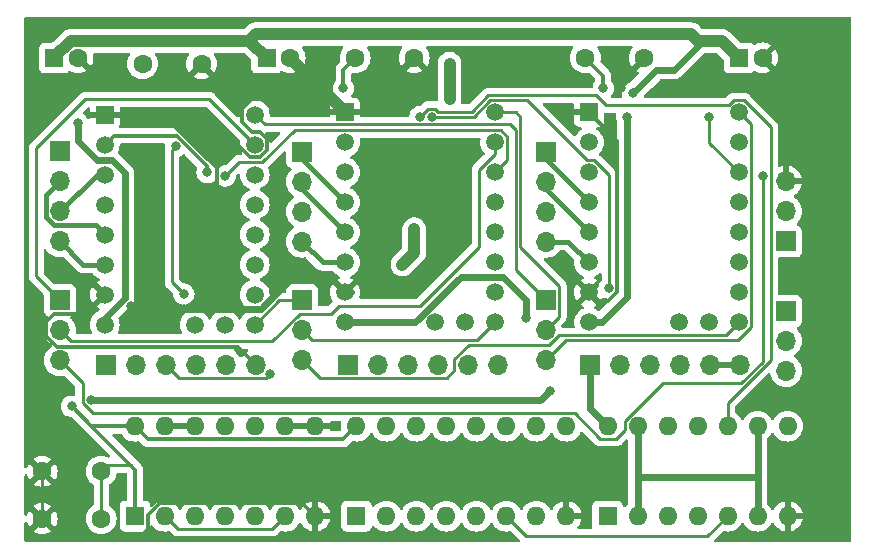
<source format=gbl>
G04 #@! TF.GenerationSoftware,KiCad,Pcbnew,8.0.3-8.0.3-0~ubuntu24.04.1*
G04 #@! TF.CreationDate,2024-07-31T19:04:03+02:00*
G04 #@! TF.ProjectId,motor-driver-breakout,6d6f746f-722d-4647-9269-7665722d6272,rev?*
G04 #@! TF.SameCoordinates,Original*
G04 #@! TF.FileFunction,Copper,L4,Bot*
G04 #@! TF.FilePolarity,Positive*
%FSLAX46Y46*%
G04 Gerber Fmt 4.6, Leading zero omitted, Abs format (unit mm)*
G04 Created by KiCad (PCBNEW 8.0.3-8.0.3-0~ubuntu24.04.1) date 2024-07-31 19:04:03*
%MOMM*%
%LPD*%
G01*
G04 APERTURE LIST*
G04 #@! TA.AperFunction,ComponentPad*
%ADD10C,1.600000*%
G04 #@! TD*
G04 #@! TA.AperFunction,ComponentPad*
%ADD11R,1.600000X1.600000*%
G04 #@! TD*
G04 #@! TA.AperFunction,ComponentPad*
%ADD12O,1.600000X1.600000*%
G04 #@! TD*
G04 #@! TA.AperFunction,ComponentPad*
%ADD13C,1.508000*%
G04 #@! TD*
G04 #@! TA.AperFunction,ComponentPad*
%ADD14R,1.508000X1.508000*%
G04 #@! TD*
G04 #@! TA.AperFunction,ComponentPad*
%ADD15R,1.700000X1.700000*%
G04 #@! TD*
G04 #@! TA.AperFunction,ComponentPad*
%ADD16O,1.700000X1.700000*%
G04 #@! TD*
G04 #@! TA.AperFunction,ViaPad*
%ADD17C,0.800000*%
G04 #@! TD*
G04 #@! TA.AperFunction,Conductor*
%ADD18C,0.300000*%
G04 #@! TD*
G04 #@! TA.AperFunction,Conductor*
%ADD19C,1.000000*%
G04 #@! TD*
G04 #@! TA.AperFunction,Conductor*
%ADD20C,0.600000*%
G04 #@! TD*
G04 #@! TA.AperFunction,Conductor*
%ADD21C,0.250000*%
G04 #@! TD*
G04 #@! TA.AperFunction,Conductor*
%ADD22C,0.400000*%
G04 #@! TD*
G04 APERTURE END LIST*
D10*
X160000000Y-68000000D03*
X155000000Y-68000000D03*
X160000000Y-72000000D03*
X155000000Y-72000000D03*
X163500000Y-33500000D03*
X168500000Y-33500000D03*
D11*
X156044888Y-33000000D03*
D10*
X158044888Y-33000000D03*
X201000000Y-33000000D03*
X206000000Y-33000000D03*
D11*
X174000000Y-33000000D03*
D10*
X176000000Y-33000000D03*
X181500000Y-33000000D03*
X186500000Y-33000000D03*
D11*
X214000000Y-33000000D03*
D10*
X216000000Y-33000000D03*
D11*
X202875000Y-71800000D03*
D12*
X205415000Y-71800000D03*
X207955000Y-71800000D03*
X210495000Y-71800000D03*
X213035000Y-71800000D03*
X215575000Y-71800000D03*
X218115000Y-71800000D03*
X218115000Y-64180000D03*
X215575000Y-64180000D03*
X213035000Y-64180000D03*
X210495000Y-64180000D03*
X207955000Y-64180000D03*
X205415000Y-64180000D03*
X202875000Y-64180000D03*
D13*
X214000000Y-37610000D03*
X214000000Y-40150000D03*
X214000000Y-42690000D03*
X214000000Y-45230000D03*
X214000000Y-47770000D03*
X214000000Y-50310000D03*
X214000000Y-52850000D03*
X214000000Y-55390000D03*
D14*
X201300000Y-37610000D03*
D13*
X201300000Y-40150000D03*
X201300000Y-42690000D03*
X201300000Y-45230000D03*
X201300000Y-47770000D03*
X201300000Y-50310000D03*
X201300000Y-52850000D03*
X201300000Y-55390000D03*
X211460000Y-55390000D03*
X208920000Y-55390000D03*
X193350000Y-37610000D03*
X193350000Y-40150000D03*
X193350000Y-42690000D03*
X193350000Y-45230000D03*
X193350000Y-47770000D03*
X193350000Y-50310000D03*
X193350000Y-52850000D03*
X193350000Y-55390000D03*
D14*
X180650000Y-37610000D03*
D13*
X180650000Y-40150000D03*
X180650000Y-42690000D03*
X180650000Y-45230000D03*
X180650000Y-47770000D03*
X180650000Y-50310000D03*
X180650000Y-52850000D03*
X180650000Y-55390000D03*
X190810000Y-55390000D03*
X188270000Y-55390000D03*
D12*
X162875000Y-64180000D03*
X165415000Y-64180000D03*
X167955000Y-64180000D03*
X170495000Y-64180000D03*
X173035000Y-64180000D03*
X175575000Y-64180000D03*
X178115000Y-64180000D03*
X178115000Y-71800000D03*
X175575000Y-71800000D03*
X173035000Y-71800000D03*
X170495000Y-71800000D03*
X167955000Y-71800000D03*
X165415000Y-71800000D03*
D11*
X162875000Y-71800000D03*
D13*
X173000000Y-37800000D03*
X173000000Y-40340000D03*
X173000000Y-42880000D03*
X173000000Y-45420000D03*
X173000000Y-47960000D03*
X173000000Y-50500000D03*
X173000000Y-53040000D03*
X173000000Y-55580000D03*
D14*
X160300000Y-37800000D03*
D13*
X160300000Y-40340000D03*
X160300000Y-42880000D03*
X160300000Y-45420000D03*
X160300000Y-47960000D03*
X160300000Y-50500000D03*
X160300000Y-53040000D03*
X160300000Y-55580000D03*
X170460000Y-55580000D03*
X167920000Y-55580000D03*
D11*
X181600000Y-71800000D03*
D12*
X184140000Y-71800000D03*
X186680000Y-71800000D03*
X189220000Y-71800000D03*
X191760000Y-71800000D03*
X194300000Y-71800000D03*
X196840000Y-71800000D03*
X199380000Y-71800000D03*
X199380000Y-64180000D03*
X196840000Y-64180000D03*
X194300000Y-64180000D03*
X191760000Y-64180000D03*
X189220000Y-64180000D03*
X186680000Y-64180000D03*
X184140000Y-64180000D03*
X181600000Y-64180000D03*
D15*
X218000000Y-54420000D03*
D16*
X218000000Y-56960000D03*
X218000000Y-59500000D03*
X197650000Y-48565000D03*
X197650000Y-46025000D03*
X197650000Y-43485000D03*
D15*
X197650000Y-40945000D03*
X177000000Y-40945000D03*
D16*
X177000000Y-43485000D03*
X177000000Y-46025000D03*
X177000000Y-48565000D03*
X197650000Y-58565000D03*
X197650000Y-56025000D03*
D15*
X197650000Y-53485000D03*
X180880000Y-59000000D03*
D16*
X183420000Y-59000000D03*
X185960000Y-59000000D03*
X188500000Y-59000000D03*
X191040000Y-59000000D03*
X193580000Y-59000000D03*
D15*
X201420000Y-59000000D03*
D16*
X203960000Y-59000000D03*
X206500000Y-59000000D03*
X209040000Y-59000000D03*
X211580000Y-59000000D03*
X214120000Y-59000000D03*
D15*
X218000000Y-48540000D03*
D16*
X218000000Y-46000000D03*
X218000000Y-43460000D03*
X177000000Y-58605000D03*
X177000000Y-56065000D03*
D15*
X177000000Y-53525000D03*
X156500000Y-53525000D03*
D16*
X156500000Y-56065000D03*
X156500000Y-58605000D03*
D15*
X156500000Y-40905000D03*
D16*
X156500000Y-43445000D03*
X156500000Y-45985000D03*
X156500000Y-48525000D03*
D15*
X160420000Y-59000000D03*
D16*
X162960000Y-59000000D03*
X165500000Y-59000000D03*
X168040000Y-59000000D03*
X170580000Y-59000000D03*
X173120000Y-59000000D03*
D17*
X204000000Y-35575000D03*
X202500000Y-35575000D03*
X205000000Y-36000000D03*
X204500000Y-38000000D03*
X185500000Y-50500000D03*
X186500000Y-47500000D03*
X189500000Y-36500000D03*
X189500000Y-33500000D03*
X162522702Y-54022702D03*
X180500000Y-35575000D03*
X167000000Y-54244000D03*
X168975000Y-42690000D03*
X196000000Y-55000000D03*
X197973261Y-61200000D03*
X187000000Y-37964000D03*
X188000000Y-37964000D03*
X203000000Y-52500000D03*
X211500000Y-38000000D03*
X159175000Y-62000000D03*
X157500000Y-62500000D03*
X170500000Y-43000000D03*
X166325000Y-40500000D03*
X167000000Y-53000000D03*
X174286458Y-59774198D03*
X216000000Y-43000000D03*
X158000000Y-38500000D03*
D18*
X204000000Y-35000000D02*
X206000000Y-33000000D01*
X204000000Y-35575000D02*
X204000000Y-35000000D01*
D19*
X210500000Y-31550000D02*
X212550000Y-31550000D01*
X212550000Y-31550000D02*
X214000000Y-33000000D01*
X176000000Y-33000000D02*
X180610000Y-37610000D01*
X180610000Y-37610000D02*
X180650000Y-37610000D01*
X172550000Y-31550000D02*
X173100000Y-31000000D01*
X173100000Y-31000000D02*
X209950000Y-31000000D01*
X209950000Y-31000000D02*
X210500000Y-31550000D01*
D20*
X205000000Y-36000000D02*
X207000000Y-34000000D01*
X207000000Y-34000000D02*
X208500000Y-34000000D01*
X208500000Y-34000000D02*
X210500000Y-32000000D01*
X210500000Y-32000000D02*
X210500000Y-31550000D01*
D18*
X202500000Y-35575000D02*
X202500000Y-34500000D01*
X202500000Y-34500000D02*
X201000000Y-33000000D01*
D21*
X214426226Y-36581000D02*
X216675000Y-38829774D01*
X213154774Y-37000000D02*
X213573774Y-36581000D01*
X202748000Y-37000000D02*
X213154774Y-37000000D01*
X213573774Y-36581000D02*
X214426226Y-36581000D01*
X216675000Y-38829774D02*
X216675000Y-58601677D01*
X201929000Y-36181000D02*
X202748000Y-37000000D01*
X192753314Y-36181000D02*
X201929000Y-36181000D01*
X191370314Y-37564000D02*
X192753314Y-36181000D01*
X188554595Y-37564000D02*
X191370314Y-37564000D01*
X188279595Y-37289000D02*
X188554595Y-37564000D01*
X216675000Y-58601677D02*
X213035000Y-62241677D01*
X187675000Y-37289000D02*
X188279595Y-37289000D01*
X187000000Y-37964000D02*
X187675000Y-37289000D01*
X213035000Y-62241677D02*
X213035000Y-64180000D01*
D20*
X202366317Y-55390000D02*
X204500000Y-53256317D01*
X204500000Y-53256317D02*
X204500000Y-38000000D01*
X201300000Y-55390000D02*
X202366317Y-55390000D01*
D19*
X186500000Y-49500000D02*
X185500000Y-50500000D01*
X186500000Y-47500000D02*
X186500000Y-49500000D01*
X189500000Y-33500000D02*
X189500000Y-36500000D01*
D20*
X162744000Y-54244000D02*
X162522702Y-54022702D01*
X167000000Y-54244000D02*
X162744000Y-54244000D01*
X179393414Y-51593414D02*
X180650000Y-52850000D01*
X176173413Y-51593414D02*
X179393414Y-51593414D01*
X173522827Y-54244000D02*
X176173413Y-51593414D01*
D18*
X165251346Y-37800000D02*
X160300000Y-37800000D01*
X169800000Y-52044000D02*
X169800000Y-42348654D01*
X169800000Y-42348654D02*
X165251346Y-37800000D01*
X167600000Y-54244000D02*
X169800000Y-52044000D01*
X167000000Y-54244000D02*
X167600000Y-54244000D01*
D20*
X167000000Y-54244000D02*
X173522827Y-54244000D01*
D18*
X180650000Y-37610000D02*
X181890000Y-37610000D01*
X181890000Y-37610000D02*
X186500000Y-33000000D01*
X171946000Y-37500000D02*
X171946000Y-37363418D01*
X171946000Y-38446000D02*
X171946000Y-37500000D01*
X171946000Y-37500000D02*
X171946000Y-36946000D01*
X171946000Y-36946000D02*
X168500000Y-33500000D01*
X180500000Y-35575000D02*
X180500000Y-34000000D01*
X180500000Y-34000000D02*
X181500000Y-33000000D01*
D19*
X156044888Y-33000000D02*
X156044888Y-32949390D01*
X156044888Y-32949390D02*
X157444278Y-31550000D01*
X157444278Y-31550000D02*
X172550000Y-31550000D01*
X172550000Y-31550000D02*
X174000000Y-33000000D01*
D18*
X178115000Y-71800000D02*
X177015000Y-70700000D01*
X163375000Y-73500000D02*
X156500000Y-73500000D01*
X177015000Y-70700000D02*
X164959365Y-70700000D01*
X164959365Y-70700000D02*
X163975000Y-71684365D01*
X163975000Y-71684365D02*
X163975000Y-72900000D01*
X163975000Y-72900000D02*
X163375000Y-73500000D01*
X156500000Y-73500000D02*
X155000000Y-72000000D01*
D21*
X160000000Y-68000000D02*
X160500000Y-67500000D01*
X160500000Y-67500000D02*
X162500000Y-67500000D01*
X162500000Y-67500000D02*
X162875000Y-67875000D01*
X155000000Y-68000000D02*
X155000000Y-72000000D01*
X160000000Y-68000000D02*
X160000000Y-72000000D01*
X188000000Y-37964000D02*
X191536000Y-37964000D01*
X191536000Y-37964000D02*
X192919000Y-36581000D01*
X192919000Y-36581000D02*
X196081000Y-36581000D01*
X196081000Y-36581000D02*
X201161000Y-41661000D01*
X201161000Y-41661000D02*
X201726226Y-41661000D01*
X203000000Y-42934774D02*
X203000000Y-52500000D01*
X201726226Y-41661000D02*
X203000000Y-42934774D01*
X156500000Y-56065000D02*
X157435000Y-57000000D01*
X174474009Y-57000000D02*
X176824009Y-54650000D01*
X157435000Y-57000000D02*
X174474009Y-57000000D01*
X176824009Y-54650000D02*
X179452774Y-54650000D01*
X192000000Y-49000000D02*
X192000000Y-42500000D01*
X179452774Y-54650000D02*
X180102774Y-54000000D01*
X180102774Y-54000000D02*
X187000000Y-54000000D01*
X187000000Y-54000000D02*
X192000000Y-49000000D01*
X192000000Y-42500000D02*
X193350000Y-41150000D01*
X193350000Y-41150000D02*
X193350000Y-40150000D01*
X159325405Y-63105000D02*
X158420000Y-62199595D01*
X200105000Y-63105000D02*
X159325405Y-63105000D01*
X203585000Y-65255000D02*
X202255000Y-65255000D01*
X216000000Y-58710991D02*
X214185991Y-60525000D01*
X204340000Y-64500000D02*
X203585000Y-65255000D01*
X207549720Y-60525000D02*
X204340000Y-63734720D01*
X214185991Y-60525000D02*
X207549720Y-60525000D01*
X216000000Y-43000000D02*
X216000000Y-58710991D01*
X204340000Y-63734720D02*
X204340000Y-64500000D01*
X202255000Y-65255000D02*
X200105000Y-63105000D01*
X158420000Y-62199595D02*
X158420000Y-60525000D01*
X158420000Y-60525000D02*
X156500000Y-58605000D01*
D18*
X162875000Y-64180000D02*
X163975000Y-65280000D01*
X163975000Y-65280000D02*
X180500000Y-65280000D01*
X180500000Y-65280000D02*
X181600000Y-64180000D01*
D20*
X201420000Y-59000000D02*
X201420000Y-62725000D01*
X201420000Y-62725000D02*
X202875000Y-64180000D01*
D21*
X194300000Y-71800000D02*
X196000000Y-73500000D01*
X211335000Y-73500000D02*
X213035000Y-71800000D01*
X196000000Y-73500000D02*
X211335000Y-73500000D01*
D20*
X197973261Y-61200000D02*
X197173261Y-62000000D01*
X197173261Y-62000000D02*
X159175000Y-62000000D01*
X205415000Y-68500000D02*
X205415000Y-71800000D01*
X205415000Y-64180000D02*
X205415000Y-68500000D01*
X215575000Y-71800000D02*
X215575000Y-68500000D01*
X215575000Y-68500000D02*
X215575000Y-64180000D01*
X205415000Y-68500000D02*
X215575000Y-68500000D01*
D21*
X174286458Y-59774198D02*
X173935656Y-60125000D01*
X173935656Y-60125000D02*
X166625000Y-60125000D01*
X166625000Y-60125000D02*
X165500000Y-59000000D01*
D20*
X180650000Y-52850000D02*
X181150000Y-52850000D01*
D21*
X166000000Y-40825000D02*
X166325000Y-40500000D01*
X167000000Y-53000000D02*
X166000000Y-52000000D01*
X166000000Y-52000000D02*
X166000000Y-40825000D01*
D18*
X201300000Y-37610000D02*
X203700000Y-40010000D01*
X203700000Y-40010000D02*
X203700000Y-52800000D01*
X203700000Y-52800000D02*
X202896000Y-53604000D01*
X202896000Y-53604000D02*
X202054000Y-53604000D01*
X202054000Y-53604000D02*
X201300000Y-52850000D01*
X222500000Y-69500000D02*
X222500000Y-46000000D01*
X219960000Y-43460000D02*
X218000000Y-43460000D01*
X218115000Y-71800000D02*
X220200000Y-71800000D01*
X220200000Y-71800000D02*
X222500000Y-69500000D01*
X222500000Y-46000000D02*
X219960000Y-43460000D01*
X160300000Y-37800000D02*
X168969418Y-37800000D01*
X168969418Y-37800000D02*
X172563418Y-41394000D01*
X174054000Y-39903418D02*
X173436582Y-39286000D01*
X172563418Y-41394000D02*
X173436582Y-41394000D01*
X173436582Y-41394000D02*
X174054000Y-40776582D01*
X172809418Y-36500000D02*
X179540000Y-36500000D01*
X174054000Y-40776582D02*
X174054000Y-39903418D01*
X173436582Y-39286000D02*
X172786000Y-39286000D01*
X179540000Y-36500000D02*
X180650000Y-37610000D01*
X172786000Y-39286000D02*
X171946000Y-38446000D01*
X171946000Y-37363418D02*
X172809418Y-36500000D01*
X173120000Y-59000000D02*
X171575000Y-57455000D01*
X171575000Y-57455000D02*
X156263654Y-57455000D01*
X158665000Y-54675000D02*
X160300000Y-53040000D01*
X156263654Y-57455000D02*
X155350000Y-56541346D01*
X155350000Y-56541346D02*
X155350000Y-55325000D01*
X155350000Y-55325000D02*
X156000000Y-54675000D01*
X156000000Y-54675000D02*
X158665000Y-54675000D01*
X160300000Y-40340000D02*
X161054000Y-39586000D01*
X161054000Y-39586000D02*
X166400950Y-39586000D01*
X166400950Y-39586000D02*
X168975000Y-42160050D01*
X168975000Y-42160050D02*
X168975000Y-42690000D01*
D20*
X196000000Y-53500000D02*
X196000000Y-55000000D01*
X190443286Y-51514000D02*
X194014000Y-51514000D01*
X186567286Y-55390000D02*
X190443286Y-51514000D01*
X194014000Y-51514000D02*
X196000000Y-53500000D01*
X180650000Y-55390000D02*
X186567286Y-55390000D01*
D21*
X211500000Y-40190000D02*
X211500000Y-38000000D01*
X214000000Y-42690000D02*
X211500000Y-40190000D01*
D18*
X159180000Y-64180000D02*
X162875000Y-67875000D01*
X162875000Y-67875000D02*
X162875000Y-71800000D01*
X157500000Y-62500000D02*
X159180000Y-64180000D01*
X159180000Y-64180000D02*
X162875000Y-64180000D01*
D21*
X194379000Y-41661000D02*
X193350000Y-42690000D01*
X193821000Y-39121000D02*
X194379000Y-39679000D01*
X194379000Y-39679000D02*
X194379000Y-41661000D01*
X176379000Y-39121000D02*
X193821000Y-39121000D01*
X173649000Y-41851000D02*
X176379000Y-39121000D01*
X171649000Y-41851000D02*
X173649000Y-41851000D01*
X170500000Y-43000000D02*
X171649000Y-41851000D01*
X197650000Y-53485000D02*
X195100000Y-50935000D01*
X195100000Y-50935000D02*
X195100000Y-39100000D01*
X195100000Y-39100000D02*
X194639000Y-38639000D01*
X194639000Y-38639000D02*
X173839000Y-38639000D01*
X173839000Y-38639000D02*
X173000000Y-37800000D01*
X197650000Y-56025000D02*
X198775000Y-54900000D01*
X198775000Y-54900000D02*
X198775000Y-52275000D01*
X195110000Y-37610000D02*
X193350000Y-37610000D01*
X198775000Y-52275000D02*
X195500000Y-49000000D01*
X195500000Y-38000000D02*
X195110000Y-37610000D01*
X195500000Y-49000000D02*
X195500000Y-38000000D01*
D22*
X180650000Y-50310000D02*
X178745000Y-50310000D01*
X178745000Y-50310000D02*
X177000000Y-48565000D01*
X197650000Y-40945000D02*
X197650000Y-41580000D01*
X197650000Y-41580000D02*
X201300000Y-45230000D01*
X201300000Y-47770000D02*
X197650000Y-44120000D01*
X197650000Y-44120000D02*
X197650000Y-43485000D01*
X197650000Y-48565000D02*
X199555000Y-48565000D01*
X199555000Y-48565000D02*
X201300000Y-50310000D01*
X177000000Y-40945000D02*
X177000000Y-41580000D01*
X177000000Y-41580000D02*
X180650000Y-45230000D01*
X180650000Y-47770000D02*
X177000000Y-44120000D01*
X177000000Y-44120000D02*
X177000000Y-43485000D01*
X156500000Y-43445000D02*
X155300000Y-44645000D01*
X155300000Y-44645000D02*
X155300000Y-46482057D01*
X155300000Y-46482057D02*
X156002943Y-47185000D01*
X156002943Y-47185000D02*
X159525000Y-47185000D01*
X159525000Y-47185000D02*
X160300000Y-47960000D01*
D21*
X156500000Y-53525000D02*
X156500000Y-53500000D01*
X154500000Y-40655000D02*
X158655000Y-36500000D01*
X158655000Y-36500000D02*
X169160000Y-36500000D01*
X156500000Y-53500000D02*
X154500000Y-51500000D01*
X154500000Y-51500000D02*
X154500000Y-40655000D01*
X169160000Y-36500000D02*
X173000000Y-40340000D01*
D22*
X156500000Y-45985000D02*
X159605000Y-42880000D01*
X159605000Y-42880000D02*
X160300000Y-42880000D01*
X160300000Y-50500000D02*
X158475000Y-50500000D01*
X158475000Y-50500000D02*
X156500000Y-48525000D01*
D21*
X175575000Y-71800000D02*
X174500000Y-72875000D01*
X174500000Y-72875000D02*
X166490000Y-72875000D01*
X166490000Y-72875000D02*
X165415000Y-71800000D01*
X197650000Y-58565000D02*
X199315000Y-56900000D01*
X199315000Y-56900000D02*
X213945226Y-56900000D01*
X213945226Y-56900000D02*
X215029000Y-55816226D01*
X215029000Y-55816226D02*
X215029000Y-38639000D01*
X215029000Y-38639000D02*
X214000000Y-37610000D01*
X177000000Y-58605000D02*
X178520000Y-60125000D01*
X198765991Y-56500000D02*
X212890000Y-56500000D01*
X178520000Y-60125000D02*
X189255991Y-60125000D01*
X189255991Y-60125000D02*
X189915000Y-59465991D01*
X189915000Y-59465991D02*
X189915000Y-58534009D01*
X189915000Y-58534009D02*
X191134009Y-57315000D01*
X191134009Y-57315000D02*
X197950991Y-57315000D01*
X197950991Y-57315000D02*
X198765991Y-56500000D01*
X212890000Y-56500000D02*
X214000000Y-55390000D01*
X177000000Y-56065000D02*
X177850000Y-56915000D01*
X177850000Y-56915000D02*
X191825000Y-56915000D01*
X191825000Y-56915000D02*
X193350000Y-55390000D01*
X177000000Y-53525000D02*
X175055000Y-53525000D01*
X175055000Y-53525000D02*
X173000000Y-55580000D01*
X173420000Y-56000000D02*
X173000000Y-55580000D01*
D20*
X160300000Y-55580000D02*
X160300000Y-55043322D01*
X162000000Y-42745286D02*
X160930714Y-41676000D01*
X160300000Y-55043322D02*
X162000000Y-53343322D01*
X162000000Y-53343322D02*
X162000000Y-42745286D01*
X160930714Y-41676000D02*
X159676000Y-41676000D01*
X159676000Y-41676000D02*
X158000000Y-40000000D01*
X158000000Y-40000000D02*
X158000000Y-38500000D01*
G04 #@! TA.AperFunction,Conductor*
G36*
X223443039Y-29519685D02*
G01*
X223488794Y-29572489D01*
X223500000Y-29624000D01*
X223500000Y-73876000D01*
X223480315Y-73943039D01*
X223427511Y-73988794D01*
X223376000Y-74000000D01*
X212018951Y-74000000D01*
X211951912Y-73980315D01*
X211906157Y-73927511D01*
X211896213Y-73858353D01*
X211925238Y-73794797D01*
X211931270Y-73788319D01*
X212262659Y-73456930D01*
X212620178Y-73099410D01*
X212681499Y-73065927D01*
X212739946Y-73067317D01*
X212808308Y-73085635D01*
X212965780Y-73099412D01*
X213034998Y-73105468D01*
X213035000Y-73105468D01*
X213035002Y-73105468D01*
X213091807Y-73100498D01*
X213261692Y-73085635D01*
X213481496Y-73026739D01*
X213687734Y-72930568D01*
X213874139Y-72800047D01*
X214035047Y-72639139D01*
X214165568Y-72452734D01*
X214192618Y-72394724D01*
X214238790Y-72342285D01*
X214305983Y-72323133D01*
X214372865Y-72343348D01*
X214417382Y-72394725D01*
X214444429Y-72452728D01*
X214444432Y-72452734D01*
X214574954Y-72639141D01*
X214735858Y-72800045D01*
X214735861Y-72800047D01*
X214922266Y-72930568D01*
X215128504Y-73026739D01*
X215348308Y-73085635D01*
X215505780Y-73099412D01*
X215574998Y-73105468D01*
X215575000Y-73105468D01*
X215575002Y-73105468D01*
X215631807Y-73100498D01*
X215801692Y-73085635D01*
X216021496Y-73026739D01*
X216227734Y-72930568D01*
X216414139Y-72800047D01*
X216575047Y-72639139D01*
X216705568Y-72452734D01*
X216732895Y-72394129D01*
X216779064Y-72341695D01*
X216846257Y-72322542D01*
X216913139Y-72342757D01*
X216957657Y-72394133D01*
X216984865Y-72452482D01*
X217115342Y-72638820D01*
X217276179Y-72799657D01*
X217462517Y-72930134D01*
X217668673Y-73026265D01*
X217668682Y-73026269D01*
X217864999Y-73078872D01*
X217865000Y-73078871D01*
X217865000Y-72115686D01*
X217869394Y-72120080D01*
X217960606Y-72172741D01*
X218062339Y-72200000D01*
X218167661Y-72200000D01*
X218269394Y-72172741D01*
X218360606Y-72120080D01*
X218365000Y-72115686D01*
X218365000Y-73078872D01*
X218561317Y-73026269D01*
X218561326Y-73026265D01*
X218767482Y-72930134D01*
X218953820Y-72799657D01*
X219114657Y-72638820D01*
X219245134Y-72452482D01*
X219341265Y-72246326D01*
X219341269Y-72246317D01*
X219393872Y-72050000D01*
X218430686Y-72050000D01*
X218435080Y-72045606D01*
X218487741Y-71954394D01*
X218515000Y-71852661D01*
X218515000Y-71747339D01*
X218487741Y-71645606D01*
X218435080Y-71554394D01*
X218430686Y-71550000D01*
X219393872Y-71550000D01*
X219393872Y-71549999D01*
X219341269Y-71353682D01*
X219341265Y-71353673D01*
X219245134Y-71147517D01*
X219114657Y-70961179D01*
X218953820Y-70800342D01*
X218767482Y-70669865D01*
X218561328Y-70573734D01*
X218365000Y-70521127D01*
X218365000Y-71484314D01*
X218360606Y-71479920D01*
X218269394Y-71427259D01*
X218167661Y-71400000D01*
X218062339Y-71400000D01*
X217960606Y-71427259D01*
X217869394Y-71479920D01*
X217865000Y-71484314D01*
X217865000Y-70521127D01*
X217668671Y-70573734D01*
X217462517Y-70669865D01*
X217276179Y-70800342D01*
X217115342Y-70961179D01*
X216984867Y-71147515D01*
X216957657Y-71205867D01*
X216911484Y-71258306D01*
X216844290Y-71277457D01*
X216777409Y-71257241D01*
X216732893Y-71205865D01*
X216705570Y-71147271D01*
X216705567Y-71147265D01*
X216575045Y-70960858D01*
X216411819Y-70797632D01*
X216378334Y-70736309D01*
X216375500Y-70709951D01*
X216375500Y-65270049D01*
X216395185Y-65203010D01*
X216411819Y-65182368D01*
X216575045Y-65019141D01*
X216575047Y-65019139D01*
X216705568Y-64832734D01*
X216732618Y-64774724D01*
X216778790Y-64722285D01*
X216845983Y-64703133D01*
X216912865Y-64723348D01*
X216957382Y-64774725D01*
X216984429Y-64832728D01*
X216984432Y-64832734D01*
X217114954Y-65019141D01*
X217275858Y-65180045D01*
X217275861Y-65180047D01*
X217462266Y-65310568D01*
X217668504Y-65406739D01*
X217888308Y-65465635D01*
X218050230Y-65479801D01*
X218114998Y-65485468D01*
X218115000Y-65485468D01*
X218115002Y-65485468D01*
X218171673Y-65480509D01*
X218341692Y-65465635D01*
X218561496Y-65406739D01*
X218767734Y-65310568D01*
X218954139Y-65180047D01*
X219115047Y-65019139D01*
X219245568Y-64832734D01*
X219341739Y-64626496D01*
X219400635Y-64406692D01*
X219420468Y-64180000D01*
X219400635Y-63953308D01*
X219341739Y-63733504D01*
X219245568Y-63527266D01*
X219115047Y-63340861D01*
X219115045Y-63340858D01*
X218954141Y-63179954D01*
X218767734Y-63049432D01*
X218767732Y-63049431D01*
X218561497Y-62953261D01*
X218561488Y-62953258D01*
X218341697Y-62894366D01*
X218341693Y-62894365D01*
X218341692Y-62894365D01*
X218341691Y-62894364D01*
X218341686Y-62894364D01*
X218115002Y-62874532D01*
X218114998Y-62874532D01*
X217888313Y-62894364D01*
X217888302Y-62894366D01*
X217668511Y-62953258D01*
X217668502Y-62953261D01*
X217462267Y-63049431D01*
X217462265Y-63049432D01*
X217275858Y-63179954D01*
X217114954Y-63340858D01*
X216984432Y-63527265D01*
X216984431Y-63527267D01*
X216957382Y-63585275D01*
X216911209Y-63637714D01*
X216844016Y-63656866D01*
X216777135Y-63636650D01*
X216732618Y-63585275D01*
X216705568Y-63527267D01*
X216705567Y-63527265D01*
X216575045Y-63340858D01*
X216414141Y-63179954D01*
X216227734Y-63049432D01*
X216227732Y-63049431D01*
X216021497Y-62953261D01*
X216021488Y-62953258D01*
X215801697Y-62894366D01*
X215801693Y-62894365D01*
X215801692Y-62894365D01*
X215801691Y-62894364D01*
X215801686Y-62894364D01*
X215575002Y-62874532D01*
X215574998Y-62874532D01*
X215348313Y-62894364D01*
X215348302Y-62894366D01*
X215128511Y-62953258D01*
X215128502Y-62953261D01*
X214922267Y-63049431D01*
X214922265Y-63049432D01*
X214735858Y-63179954D01*
X214574954Y-63340858D01*
X214444432Y-63527265D01*
X214444431Y-63527267D01*
X214417382Y-63585275D01*
X214371209Y-63637714D01*
X214304016Y-63656866D01*
X214237135Y-63636650D01*
X214192618Y-63585275D01*
X214165568Y-63527267D01*
X214165567Y-63527265D01*
X214035045Y-63340858D01*
X213874140Y-63179953D01*
X213713377Y-63067386D01*
X213669752Y-63012809D01*
X213660500Y-62965811D01*
X213660500Y-62552129D01*
X213680185Y-62485090D01*
X213696819Y-62464448D01*
X215061767Y-61099500D01*
X216462547Y-59698719D01*
X216523868Y-59665236D01*
X216593560Y-59670220D01*
X216649493Y-59712092D01*
X216670001Y-59754309D01*
X216726094Y-59963655D01*
X216726096Y-59963659D01*
X216726097Y-59963663D01*
X216806532Y-60136155D01*
X216825965Y-60177830D01*
X216825967Y-60177834D01*
X216917211Y-60308143D01*
X216961505Y-60371401D01*
X217128599Y-60538495D01*
X217165728Y-60564493D01*
X217322165Y-60674032D01*
X217322167Y-60674033D01*
X217322170Y-60674035D01*
X217536337Y-60773903D01*
X217764592Y-60835063D01*
X217952918Y-60851539D01*
X217999999Y-60855659D01*
X218000000Y-60855659D01*
X218000001Y-60855659D01*
X218039234Y-60852226D01*
X218235408Y-60835063D01*
X218463663Y-60773903D01*
X218677830Y-60674035D01*
X218871401Y-60538495D01*
X219038495Y-60371401D01*
X219174035Y-60177830D01*
X219273903Y-59963663D01*
X219335063Y-59735408D01*
X219355659Y-59500000D01*
X219335063Y-59264592D01*
X219282565Y-59068663D01*
X219273905Y-59036344D01*
X219273904Y-59036343D01*
X219273903Y-59036337D01*
X219174035Y-58822171D01*
X219169990Y-58816393D01*
X219038494Y-58628597D01*
X218871402Y-58461506D01*
X218871396Y-58461501D01*
X218685842Y-58331575D01*
X218642217Y-58276998D01*
X218635023Y-58207500D01*
X218666546Y-58145145D01*
X218685842Y-58128425D01*
X218723415Y-58102116D01*
X218871401Y-57998495D01*
X219038495Y-57831401D01*
X219174035Y-57637830D01*
X219273903Y-57423663D01*
X219335063Y-57195408D01*
X219355659Y-56960000D01*
X219335063Y-56724592D01*
X219282565Y-56528663D01*
X219273905Y-56496344D01*
X219273904Y-56496343D01*
X219273903Y-56496337D01*
X219174035Y-56282171D01*
X219169828Y-56276163D01*
X219038496Y-56088600D01*
X219014895Y-56064999D01*
X218916567Y-55966671D01*
X218883084Y-55905351D01*
X218888068Y-55835659D01*
X218929939Y-55779725D01*
X218960915Y-55762810D01*
X219092331Y-55713796D01*
X219207546Y-55627546D01*
X219293796Y-55512331D01*
X219344091Y-55377483D01*
X219350500Y-55317873D01*
X219350499Y-53522128D01*
X219344091Y-53462517D01*
X219337814Y-53445688D01*
X219293797Y-53327671D01*
X219293793Y-53327664D01*
X219207547Y-53212455D01*
X219207544Y-53212452D01*
X219092335Y-53126206D01*
X219092328Y-53126202D01*
X218957482Y-53075908D01*
X218957483Y-53075908D01*
X218897883Y-53069501D01*
X218897881Y-53069500D01*
X218897873Y-53069500D01*
X218897865Y-53069500D01*
X217424500Y-53069500D01*
X217357461Y-53049815D01*
X217311706Y-52997011D01*
X217300500Y-52945500D01*
X217300500Y-50014499D01*
X217320185Y-49947460D01*
X217372989Y-49901705D01*
X217424500Y-49890499D01*
X218897871Y-49890499D01*
X218897872Y-49890499D01*
X218957483Y-49884091D01*
X219092331Y-49833796D01*
X219207546Y-49747546D01*
X219293796Y-49632331D01*
X219344091Y-49497483D01*
X219350500Y-49437873D01*
X219350499Y-47642128D01*
X219344091Y-47582517D01*
X219343367Y-47580577D01*
X219293797Y-47447671D01*
X219293793Y-47447664D01*
X219207547Y-47332455D01*
X219207544Y-47332452D01*
X219092335Y-47246206D01*
X219092328Y-47246202D01*
X218960917Y-47197189D01*
X218904983Y-47155318D01*
X218880566Y-47089853D01*
X218895418Y-47021580D01*
X218916563Y-46993332D01*
X219038495Y-46871401D01*
X219174035Y-46677830D01*
X219273903Y-46463663D01*
X219335063Y-46235408D01*
X219355659Y-46000000D01*
X219335063Y-45764592D01*
X219273903Y-45536337D01*
X219174035Y-45322171D01*
X219110764Y-45231809D01*
X219038494Y-45128597D01*
X218871402Y-44961506D01*
X218871401Y-44961505D01*
X218685405Y-44831269D01*
X218641781Y-44776692D01*
X218634588Y-44707193D01*
X218666110Y-44644839D01*
X218685405Y-44628119D01*
X218871082Y-44498105D01*
X219038105Y-44331082D01*
X219173600Y-44137578D01*
X219273429Y-43923492D01*
X219273432Y-43923486D01*
X219330636Y-43710000D01*
X218433012Y-43710000D01*
X218465925Y-43652993D01*
X218500000Y-43525826D01*
X218500000Y-43394174D01*
X218465925Y-43267007D01*
X218433012Y-43210000D01*
X219330636Y-43210000D01*
X219330635Y-43209999D01*
X219273432Y-42996513D01*
X219273429Y-42996507D01*
X219173600Y-42782422D01*
X219173599Y-42782420D01*
X219038113Y-42588926D01*
X219038108Y-42588920D01*
X218871082Y-42421894D01*
X218677578Y-42286399D01*
X218463492Y-42186570D01*
X218463486Y-42186567D01*
X218250000Y-42129364D01*
X218250000Y-43026988D01*
X218192993Y-42994075D01*
X218065826Y-42960000D01*
X217934174Y-42960000D01*
X217807007Y-42994075D01*
X217750000Y-43026988D01*
X217750000Y-42129364D01*
X217749999Y-42129364D01*
X217536513Y-42186567D01*
X217536507Y-42186570D01*
X217476905Y-42214363D01*
X217407827Y-42224855D01*
X217344043Y-42196335D01*
X217305804Y-42137859D01*
X217300500Y-42101981D01*
X217300500Y-38897515D01*
X217300501Y-38897494D01*
X217300501Y-38768165D01*
X217276464Y-38647327D01*
X217276462Y-38647321D01*
X217266737Y-38623842D01*
X217266727Y-38623821D01*
X217266715Y-38623790D01*
X217246371Y-38574674D01*
X217229312Y-38533489D01*
X217160858Y-38431041D01*
X217160855Y-38431037D01*
X214919154Y-36189338D01*
X214919151Y-36189334D01*
X214919151Y-36189335D01*
X214912084Y-36182268D01*
X214912084Y-36182267D01*
X214824959Y-36095142D01*
X214824958Y-36095141D01*
X214824957Y-36095140D01*
X214773735Y-36060915D01*
X214722513Y-36026689D01*
X214722512Y-36026688D01*
X214722509Y-36026686D01*
X214722506Y-36026685D01*
X214642018Y-35993347D01*
X214608679Y-35979537D01*
X214598653Y-35977543D01*
X214548255Y-35967518D01*
X214487836Y-35955500D01*
X214487833Y-35955500D01*
X214487832Y-35955500D01*
X213635380Y-35955500D01*
X213512167Y-35955500D01*
X213512162Y-35955500D01*
X213391329Y-35979535D01*
X213391321Y-35979537D01*
X213277490Y-36026687D01*
X213175041Y-36095141D01*
X213121155Y-36149028D01*
X212932001Y-36338182D01*
X212870681Y-36371666D01*
X212844322Y-36374500D01*
X206056939Y-36374500D01*
X205989900Y-36354815D01*
X205944145Y-36302011D01*
X205934201Y-36232853D01*
X205963226Y-36169297D01*
X205969258Y-36162819D01*
X206623001Y-35509077D01*
X207295259Y-34836819D01*
X207356582Y-34803334D01*
X207382940Y-34800500D01*
X208578844Y-34800500D01*
X208578845Y-34800499D01*
X208733497Y-34769737D01*
X208879179Y-34709394D01*
X209010289Y-34621789D01*
X211045259Y-32586819D01*
X211106582Y-32553334D01*
X211132940Y-32550500D01*
X212084218Y-32550500D01*
X212151257Y-32570185D01*
X212171899Y-32586819D01*
X212663181Y-33078102D01*
X212696666Y-33139425D01*
X212699500Y-33165783D01*
X212699500Y-33847870D01*
X212699501Y-33847876D01*
X212705908Y-33907483D01*
X212756202Y-34042328D01*
X212756206Y-34042335D01*
X212842452Y-34157544D01*
X212842455Y-34157547D01*
X212957664Y-34243793D01*
X212957671Y-34243797D01*
X213092517Y-34294091D01*
X213092516Y-34294091D01*
X213099444Y-34294835D01*
X213152127Y-34300500D01*
X214847872Y-34300499D01*
X214907483Y-34294091D01*
X215042331Y-34243796D01*
X215157546Y-34157546D01*
X215164350Y-34148455D01*
X215220280Y-34106584D01*
X215289971Y-34101597D01*
X215334740Y-34121188D01*
X215347512Y-34130130D01*
X215347518Y-34130134D01*
X215553673Y-34226265D01*
X215553682Y-34226269D01*
X215773389Y-34285139D01*
X215773400Y-34285141D01*
X215999998Y-34304966D01*
X216000002Y-34304966D01*
X216226599Y-34285141D01*
X216226610Y-34285139D01*
X216446317Y-34226269D01*
X216446331Y-34226264D01*
X216652478Y-34130136D01*
X216725471Y-34079024D01*
X216046447Y-33400000D01*
X216052661Y-33400000D01*
X216154394Y-33372741D01*
X216245606Y-33320080D01*
X216320080Y-33245606D01*
X216372741Y-33154394D01*
X216400000Y-33052661D01*
X216400000Y-33046447D01*
X217079024Y-33725471D01*
X217130136Y-33652478D01*
X217226264Y-33446331D01*
X217226269Y-33446317D01*
X217285139Y-33226610D01*
X217285141Y-33226599D01*
X217304966Y-33000002D01*
X217304966Y-32999997D01*
X217285141Y-32773400D01*
X217285139Y-32773389D01*
X217226269Y-32553682D01*
X217226264Y-32553668D01*
X217130136Y-32347521D01*
X217130132Y-32347513D01*
X217079025Y-32274526D01*
X216400000Y-32953551D01*
X216400000Y-32947339D01*
X216372741Y-32845606D01*
X216320080Y-32754394D01*
X216245606Y-32679920D01*
X216154394Y-32627259D01*
X216052661Y-32600000D01*
X216046447Y-32600000D01*
X216725472Y-31920974D01*
X216652478Y-31869863D01*
X216446331Y-31773735D01*
X216446317Y-31773730D01*
X216226610Y-31714860D01*
X216226599Y-31714858D01*
X216000002Y-31695034D01*
X215999998Y-31695034D01*
X215773400Y-31714858D01*
X215773389Y-31714860D01*
X215553682Y-31773730D01*
X215553673Y-31773734D01*
X215347512Y-31869868D01*
X215347507Y-31869871D01*
X215334736Y-31878813D01*
X215268529Y-31901138D01*
X215200763Y-31884124D01*
X215164352Y-31851546D01*
X215157546Y-31842454D01*
X215157544Y-31842453D01*
X215157544Y-31842452D01*
X215042335Y-31756206D01*
X215042328Y-31756202D01*
X214907482Y-31705908D01*
X214907483Y-31705908D01*
X214847883Y-31699501D01*
X214847881Y-31699500D01*
X214847873Y-31699500D01*
X214847865Y-31699500D01*
X214165783Y-31699500D01*
X214098744Y-31679815D01*
X214078102Y-31663181D01*
X213334209Y-30919289D01*
X213334206Y-30919285D01*
X213334206Y-30919286D01*
X213327139Y-30912219D01*
X213327139Y-30912218D01*
X213187782Y-30772861D01*
X213187781Y-30772860D01*
X213187780Y-30772859D01*
X213023920Y-30663371D01*
X213023911Y-30663366D01*
X212951315Y-30633296D01*
X212895165Y-30610038D01*
X212841836Y-30587949D01*
X212841832Y-30587948D01*
X212841828Y-30587946D01*
X212745188Y-30568724D01*
X212648544Y-30549500D01*
X212648541Y-30549500D01*
X210965782Y-30549500D01*
X210898743Y-30529815D01*
X210878101Y-30513181D01*
X210734209Y-30369289D01*
X210734206Y-30369285D01*
X210734206Y-30369286D01*
X210727139Y-30362219D01*
X210727139Y-30362218D01*
X210587782Y-30222861D01*
X210587781Y-30222860D01*
X210587780Y-30222859D01*
X210423916Y-30113369D01*
X210423911Y-30113366D01*
X210351315Y-30083296D01*
X210295165Y-30060038D01*
X210241836Y-30037949D01*
X210241832Y-30037948D01*
X210241828Y-30037946D01*
X210145188Y-30018724D01*
X210048544Y-29999500D01*
X210048541Y-29999500D01*
X173198540Y-29999500D01*
X173001459Y-29999500D01*
X173001456Y-29999500D01*
X172808171Y-30037946D01*
X172808167Y-30037948D01*
X172808165Y-30037948D01*
X172808164Y-30037949D01*
X172732745Y-30069188D01*
X172732743Y-30069189D01*
X172626085Y-30113368D01*
X172626085Y-30113369D01*
X172626084Y-30113369D01*
X172462222Y-30222857D01*
X172462214Y-30222863D01*
X172171898Y-30513181D01*
X172110575Y-30546666D01*
X172084217Y-30549500D01*
X157345734Y-30549500D01*
X157152449Y-30587946D01*
X157152445Y-30587948D01*
X157152443Y-30587948D01*
X157152442Y-30587949D01*
X157077023Y-30619188D01*
X157077021Y-30619189D01*
X156970367Y-30663366D01*
X156970357Y-30663371D01*
X156841458Y-30749500D01*
X156841457Y-30749500D01*
X156806500Y-30772857D01*
X156806492Y-30772863D01*
X155916175Y-31663181D01*
X155854852Y-31696666D01*
X155828494Y-31699500D01*
X155197017Y-31699500D01*
X155197011Y-31699501D01*
X155137404Y-31705908D01*
X155002559Y-31756202D01*
X155002552Y-31756206D01*
X154887343Y-31842452D01*
X154887340Y-31842455D01*
X154801094Y-31957664D01*
X154801090Y-31957671D01*
X154750796Y-32092517D01*
X154744389Y-32152116D01*
X154744388Y-32152135D01*
X154744388Y-33847870D01*
X154744389Y-33847876D01*
X154750796Y-33907483D01*
X154801090Y-34042328D01*
X154801094Y-34042335D01*
X154887340Y-34157544D01*
X154887343Y-34157547D01*
X155002552Y-34243793D01*
X155002559Y-34243797D01*
X155137405Y-34294091D01*
X155137404Y-34294091D01*
X155144332Y-34294835D01*
X155197015Y-34300500D01*
X156892760Y-34300499D01*
X156952371Y-34294091D01*
X157087219Y-34243796D01*
X157202434Y-34157546D01*
X157209238Y-34148455D01*
X157265168Y-34106584D01*
X157334859Y-34101597D01*
X157379628Y-34121188D01*
X157392400Y-34130130D01*
X157392406Y-34130134D01*
X157598561Y-34226265D01*
X157598570Y-34226269D01*
X157818277Y-34285139D01*
X157818288Y-34285141D01*
X158044886Y-34304966D01*
X158044890Y-34304966D01*
X158271487Y-34285141D01*
X158271498Y-34285139D01*
X158491205Y-34226269D01*
X158491219Y-34226264D01*
X158697366Y-34130136D01*
X158770359Y-34079024D01*
X158091335Y-33400000D01*
X158097549Y-33400000D01*
X158199282Y-33372741D01*
X158290494Y-33320080D01*
X158364968Y-33245606D01*
X158417629Y-33154394D01*
X158444888Y-33052661D01*
X158444888Y-33046447D01*
X159123912Y-33725471D01*
X159175024Y-33652478D01*
X159271152Y-33446331D01*
X159271157Y-33446317D01*
X159330027Y-33226610D01*
X159330029Y-33226599D01*
X159349854Y-33000002D01*
X159349854Y-32999997D01*
X159330029Y-32773400D01*
X159330028Y-32773393D01*
X159312129Y-32706594D01*
X159313792Y-32636744D01*
X159352954Y-32578882D01*
X159417182Y-32551377D01*
X159431904Y-32550500D01*
X162339028Y-32550500D01*
X162406067Y-32570185D01*
X162451822Y-32622989D01*
X162461766Y-32692147D01*
X162440603Y-32745621D01*
X162421214Y-32773313D01*
X162369432Y-32847265D01*
X162369431Y-32847267D01*
X162273261Y-33053502D01*
X162273258Y-33053511D01*
X162214366Y-33273302D01*
X162214364Y-33273313D01*
X162194532Y-33499998D01*
X162194532Y-33500001D01*
X162214364Y-33726686D01*
X162214366Y-33726697D01*
X162273258Y-33946488D01*
X162273261Y-33946497D01*
X162369431Y-34152732D01*
X162369432Y-34152734D01*
X162499954Y-34339141D01*
X162660858Y-34500045D01*
X162660861Y-34500047D01*
X162847266Y-34630568D01*
X163053504Y-34726739D01*
X163273308Y-34785635D01*
X163435230Y-34799801D01*
X163499998Y-34805468D01*
X163500000Y-34805468D01*
X163500002Y-34805468D01*
X163556796Y-34800499D01*
X163726692Y-34785635D01*
X163946496Y-34726739D01*
X164152734Y-34630568D01*
X164339139Y-34500047D01*
X164500047Y-34339139D01*
X164630568Y-34152734D01*
X164726739Y-33946496D01*
X164785635Y-33726692D01*
X164805468Y-33500000D01*
X164785635Y-33273308D01*
X164729737Y-33064692D01*
X164726741Y-33053511D01*
X164726738Y-33053502D01*
X164721996Y-33043333D01*
X164630568Y-32847266D01*
X164559396Y-32745621D01*
X164537070Y-32679417D01*
X164554080Y-32611650D01*
X164605028Y-32563837D01*
X164660972Y-32550500D01*
X167339638Y-32550500D01*
X167406677Y-32570185D01*
X167452432Y-32622989D01*
X167462376Y-32692147D01*
X167441213Y-32745624D01*
X167369866Y-32847517D01*
X167273734Y-33053673D01*
X167273730Y-33053682D01*
X167214860Y-33273389D01*
X167214858Y-33273400D01*
X167195034Y-33499997D01*
X167195034Y-33500002D01*
X167214858Y-33726599D01*
X167214860Y-33726610D01*
X167273730Y-33946317D01*
X167273735Y-33946331D01*
X167369863Y-34152478D01*
X167420974Y-34225472D01*
X168100000Y-33546446D01*
X168100000Y-33552661D01*
X168127259Y-33654394D01*
X168179920Y-33745606D01*
X168254394Y-33820080D01*
X168345606Y-33872741D01*
X168447339Y-33900000D01*
X168453553Y-33900000D01*
X167774526Y-34579025D01*
X167847513Y-34630132D01*
X167847521Y-34630136D01*
X168053668Y-34726264D01*
X168053682Y-34726269D01*
X168273389Y-34785139D01*
X168273400Y-34785141D01*
X168499998Y-34804966D01*
X168500002Y-34804966D01*
X168726599Y-34785141D01*
X168726610Y-34785139D01*
X168946317Y-34726269D01*
X168946331Y-34726264D01*
X169152478Y-34630136D01*
X169225471Y-34579024D01*
X168546447Y-33900000D01*
X168552661Y-33900000D01*
X168654394Y-33872741D01*
X168745606Y-33820080D01*
X168820080Y-33745606D01*
X168872741Y-33654394D01*
X168900000Y-33552661D01*
X168900000Y-33546447D01*
X169579024Y-34225471D01*
X169630136Y-34152478D01*
X169726264Y-33946331D01*
X169726269Y-33946317D01*
X169785139Y-33726610D01*
X169785141Y-33726599D01*
X169804966Y-33500002D01*
X169804966Y-33499997D01*
X169785141Y-33273400D01*
X169785139Y-33273389D01*
X169726269Y-33053682D01*
X169726265Y-33053673D01*
X169630133Y-32847517D01*
X169558787Y-32745624D01*
X169536460Y-32679418D01*
X169553470Y-32611650D01*
X169604418Y-32563837D01*
X169660362Y-32550500D01*
X172084218Y-32550500D01*
X172151257Y-32570185D01*
X172171899Y-32586819D01*
X172663181Y-33078102D01*
X172696666Y-33139425D01*
X172699500Y-33165783D01*
X172699500Y-33847870D01*
X172699501Y-33847876D01*
X172705908Y-33907483D01*
X172756202Y-34042328D01*
X172756206Y-34042335D01*
X172842452Y-34157544D01*
X172842455Y-34157547D01*
X172957664Y-34243793D01*
X172957671Y-34243797D01*
X173092517Y-34294091D01*
X173092516Y-34294091D01*
X173099444Y-34294835D01*
X173152127Y-34300500D01*
X174847872Y-34300499D01*
X174907483Y-34294091D01*
X175042331Y-34243796D01*
X175157546Y-34157546D01*
X175164350Y-34148455D01*
X175220280Y-34106584D01*
X175289971Y-34101597D01*
X175334740Y-34121188D01*
X175347512Y-34130130D01*
X175347518Y-34130134D01*
X175553673Y-34226265D01*
X175553682Y-34226269D01*
X175773389Y-34285139D01*
X175773400Y-34285141D01*
X175999998Y-34304966D01*
X176000002Y-34304966D01*
X176226599Y-34285141D01*
X176226610Y-34285139D01*
X176446317Y-34226269D01*
X176446331Y-34226264D01*
X176652478Y-34130136D01*
X176725471Y-34079024D01*
X176046447Y-33400000D01*
X176052661Y-33400000D01*
X176154394Y-33372741D01*
X176245606Y-33320080D01*
X176320080Y-33245606D01*
X176372741Y-33154394D01*
X176400000Y-33052661D01*
X176400000Y-33046447D01*
X177079024Y-33725471D01*
X177130136Y-33652478D01*
X177226264Y-33446331D01*
X177226269Y-33446317D01*
X177285139Y-33226610D01*
X177285141Y-33226599D01*
X177304966Y-33000002D01*
X177304966Y-32999997D01*
X177285141Y-32773400D01*
X177285139Y-32773389D01*
X177226269Y-32553682D01*
X177226265Y-32553673D01*
X177130134Y-32347517D01*
X177023776Y-32195624D01*
X177001449Y-32129418D01*
X177018459Y-32061650D01*
X177069407Y-32013837D01*
X177125351Y-32000500D01*
X180374037Y-32000500D01*
X180441076Y-32020185D01*
X180486831Y-32072989D01*
X180496775Y-32142147D01*
X180475612Y-32195623D01*
X180369432Y-32347265D01*
X180369431Y-32347267D01*
X180273261Y-32553502D01*
X180273258Y-32553511D01*
X180214366Y-32773302D01*
X180214364Y-32773313D01*
X180194532Y-32999998D01*
X180194532Y-33000001D01*
X180214364Y-33226686D01*
X180214366Y-33226697D01*
X180225209Y-33267163D01*
X180223546Y-33337013D01*
X180193116Y-33386937D01*
X179994723Y-33585331D01*
X179938905Y-33668871D01*
X179938904Y-33668871D01*
X179923536Y-33691870D01*
X179923534Y-33691874D01*
X179874499Y-33810255D01*
X179874497Y-33810261D01*
X179849500Y-33935928D01*
X179849500Y-34904078D01*
X179829815Y-34971117D01*
X179817650Y-34987050D01*
X179767466Y-35042785D01*
X179672821Y-35206715D01*
X179672818Y-35206722D01*
X179614327Y-35386740D01*
X179614326Y-35386744D01*
X179594540Y-35575000D01*
X179614326Y-35763256D01*
X179614327Y-35763259D01*
X179672818Y-35943277D01*
X179672821Y-35943284D01*
X179767467Y-36107216D01*
X179822826Y-36168698D01*
X179853056Y-36231689D01*
X179844431Y-36301024D01*
X179799690Y-36354690D01*
X179774010Y-36367852D01*
X179653911Y-36412646D01*
X179653906Y-36412649D01*
X179538812Y-36498809D01*
X179538809Y-36498812D01*
X179452649Y-36613906D01*
X179452645Y-36613913D01*
X179402403Y-36748620D01*
X179402401Y-36748627D01*
X179396000Y-36808155D01*
X179396000Y-37360000D01*
X180216988Y-37360000D01*
X180184075Y-37417007D01*
X180150000Y-37544174D01*
X180150000Y-37675826D01*
X180184075Y-37802993D01*
X180216988Y-37860000D01*
X179396000Y-37860000D01*
X179396000Y-37889500D01*
X179376315Y-37956539D01*
X179323511Y-38002294D01*
X179272000Y-38013500D01*
X174375936Y-38013500D01*
X174308897Y-37993815D01*
X174263142Y-37941011D01*
X174252408Y-37878694D01*
X174259292Y-37800003D01*
X174259292Y-37799997D01*
X174247585Y-37666182D01*
X174240161Y-37581326D01*
X174183347Y-37369297D01*
X174090579Y-37170354D01*
X174090577Y-37170351D01*
X174090576Y-37170349D01*
X173964677Y-36990547D01*
X173964672Y-36990541D01*
X173809458Y-36835327D01*
X173809452Y-36835322D01*
X173629650Y-36709423D01*
X173629642Y-36709419D01*
X173430708Y-36616655D01*
X173430706Y-36616654D01*
X173430703Y-36616653D01*
X173279885Y-36576240D01*
X173218675Y-36559839D01*
X173218668Y-36559838D01*
X173000002Y-36540708D01*
X172999998Y-36540708D01*
X172781331Y-36559838D01*
X172781324Y-36559839D01*
X172658902Y-36592642D01*
X172569297Y-36616653D01*
X172569295Y-36616653D01*
X172569291Y-36616655D01*
X172370357Y-36709419D01*
X172370349Y-36709423D01*
X172190547Y-36835322D01*
X172190541Y-36835327D01*
X172035327Y-36990541D01*
X172035322Y-36990547D01*
X171909423Y-37170349D01*
X171909419Y-37170357D01*
X171816655Y-37369291D01*
X171816653Y-37369295D01*
X171816653Y-37369297D01*
X171792642Y-37458902D01*
X171759839Y-37581324D01*
X171759838Y-37581331D01*
X171740708Y-37799997D01*
X171740708Y-37800002D01*
X171748993Y-37894706D01*
X171735226Y-37963206D01*
X171686611Y-38013389D01*
X171618582Y-38029322D01*
X171552738Y-38005946D01*
X171537784Y-37993194D01*
X169650198Y-36105608D01*
X169650178Y-36105586D01*
X169558736Y-36014144D01*
X169558728Y-36014138D01*
X169506944Y-35979537D01*
X169506942Y-35979536D01*
X169470970Y-35955500D01*
X169456285Y-35945687D01*
X169416039Y-35929017D01*
X169375792Y-35912347D01*
X169342452Y-35898537D01*
X169342450Y-35898536D01*
X169342446Y-35898535D01*
X169272964Y-35884714D01*
X169272957Y-35884714D01*
X169221607Y-35874500D01*
X169221606Y-35874500D01*
X158716606Y-35874500D01*
X158593393Y-35874500D01*
X158567718Y-35879607D01*
X158542042Y-35884714D01*
X158542041Y-35884713D01*
X158472553Y-35898535D01*
X158472545Y-35898538D01*
X158358716Y-35945687D01*
X158326043Y-35967519D01*
X158292894Y-35989669D01*
X158283797Y-35995747D01*
X158256263Y-36014144D01*
X158256262Y-36014145D01*
X155139804Y-39130605D01*
X154101269Y-40169140D01*
X154101267Y-40169142D01*
X154072189Y-40198220D01*
X154014140Y-40256268D01*
X153999358Y-40278392D01*
X153945689Y-40358712D01*
X153945688Y-40358714D01*
X153927923Y-40401605D01*
X153927922Y-40401607D01*
X153898538Y-40472545D01*
X153898535Y-40472555D01*
X153874500Y-40593389D01*
X153874500Y-51561611D01*
X153880712Y-51592840D01*
X153880712Y-51592842D01*
X153880713Y-51592842D01*
X153895394Y-51666653D01*
X153895395Y-51666656D01*
X153895394Y-51666656D01*
X153898535Y-51682446D01*
X153898536Y-51682450D01*
X153898537Y-51682451D01*
X153942729Y-51789143D01*
X153945689Y-51796288D01*
X153952554Y-51806561D01*
X153966284Y-51827109D01*
X153966285Y-51827112D01*
X153966286Y-51827112D01*
X154014141Y-51898732D01*
X154014144Y-51898736D01*
X154105586Y-51990178D01*
X154105608Y-51990198D01*
X155113181Y-52997771D01*
X155146666Y-53059094D01*
X155149500Y-53085452D01*
X155149500Y-54422870D01*
X155149501Y-54422876D01*
X155155908Y-54482483D01*
X155206202Y-54617328D01*
X155206206Y-54617335D01*
X155292452Y-54732544D01*
X155292455Y-54732547D01*
X155407664Y-54818793D01*
X155407671Y-54818797D01*
X155539081Y-54867810D01*
X155595015Y-54909681D01*
X155619432Y-54975145D01*
X155604580Y-55043418D01*
X155583430Y-55071673D01*
X155461503Y-55193600D01*
X155325965Y-55387169D01*
X155325964Y-55387171D01*
X155226098Y-55601335D01*
X155226094Y-55601344D01*
X155164938Y-55829586D01*
X155164936Y-55829596D01*
X155144341Y-56064999D01*
X155144341Y-56065000D01*
X155164936Y-56300403D01*
X155164938Y-56300413D01*
X155226094Y-56528655D01*
X155226096Y-56528659D01*
X155226097Y-56528663D01*
X155317462Y-56724596D01*
X155325965Y-56742830D01*
X155325967Y-56742834D01*
X155434281Y-56897521D01*
X155461504Y-56936400D01*
X155461506Y-56936402D01*
X155628597Y-57103493D01*
X155628603Y-57103498D01*
X155814158Y-57233425D01*
X155857783Y-57288002D01*
X155864977Y-57357500D01*
X155833454Y-57419855D01*
X155814158Y-57436575D01*
X155628597Y-57566505D01*
X155461505Y-57733597D01*
X155325965Y-57927169D01*
X155325964Y-57927171D01*
X155226098Y-58141335D01*
X155226094Y-58141344D01*
X155164938Y-58369586D01*
X155164936Y-58369596D01*
X155144341Y-58604999D01*
X155144341Y-58605000D01*
X155164936Y-58840403D01*
X155164938Y-58840413D01*
X155226094Y-59068655D01*
X155226096Y-59068659D01*
X155226097Y-59068663D01*
X155317462Y-59264596D01*
X155325965Y-59282830D01*
X155325967Y-59282834D01*
X155433492Y-59436395D01*
X155461505Y-59476401D01*
X155628599Y-59643495D01*
X155677640Y-59677834D01*
X155822165Y-59779032D01*
X155822167Y-59779033D01*
X155822170Y-59779035D01*
X156036337Y-59878903D01*
X156264592Y-59940063D01*
X156452918Y-59956539D01*
X156499999Y-59960659D01*
X156500000Y-59960659D01*
X156500001Y-59960659D01*
X156539234Y-59957226D01*
X156735408Y-59940063D01*
X156835873Y-59913143D01*
X156905722Y-59914806D01*
X156955647Y-59945237D01*
X157758181Y-60747771D01*
X157791666Y-60809094D01*
X157794500Y-60835452D01*
X157794500Y-61488853D01*
X157774815Y-61555892D01*
X157722011Y-61601647D01*
X157652853Y-61611591D01*
X157644735Y-61610146D01*
X157594646Y-61599500D01*
X157405354Y-61599500D01*
X157372897Y-61606398D01*
X157220197Y-61638855D01*
X157220192Y-61638857D01*
X157047270Y-61715848D01*
X157047265Y-61715851D01*
X156894129Y-61827111D01*
X156767466Y-61967785D01*
X156672821Y-62131715D01*
X156672818Y-62131722D01*
X156628598Y-62267819D01*
X156614326Y-62311744D01*
X156594540Y-62500000D01*
X156614326Y-62688256D01*
X156614327Y-62688259D01*
X156672818Y-62868277D01*
X156672821Y-62868284D01*
X156767467Y-63032216D01*
X156894129Y-63172888D01*
X157047265Y-63284148D01*
X157047270Y-63284151D01*
X157220192Y-63361142D01*
X157220197Y-63361144D01*
X157405354Y-63400500D01*
X157429192Y-63400500D01*
X157496231Y-63420185D01*
X157516873Y-63436819D01*
X160711505Y-66631451D01*
X160744990Y-66692774D01*
X160740006Y-66762466D01*
X160698134Y-66818399D01*
X160632670Y-66842816D01*
X160571419Y-66831514D01*
X160543294Y-66818399D01*
X160446496Y-66773261D01*
X160446492Y-66773260D01*
X160446488Y-66773258D01*
X160226697Y-66714366D01*
X160226693Y-66714365D01*
X160226692Y-66714365D01*
X160226691Y-66714364D01*
X160226686Y-66714364D01*
X160000002Y-66694532D01*
X159999998Y-66694532D01*
X159773313Y-66714364D01*
X159773302Y-66714366D01*
X159553511Y-66773258D01*
X159553502Y-66773261D01*
X159347267Y-66869431D01*
X159347265Y-66869432D01*
X159160858Y-66999954D01*
X158999954Y-67160858D01*
X158869432Y-67347265D01*
X158869431Y-67347267D01*
X158773261Y-67553502D01*
X158773258Y-67553511D01*
X158714366Y-67773302D01*
X158714364Y-67773313D01*
X158694532Y-67999998D01*
X158694532Y-68000001D01*
X158714364Y-68226686D01*
X158714366Y-68226697D01*
X158773258Y-68446488D01*
X158773261Y-68446497D01*
X158869431Y-68652732D01*
X158869432Y-68652734D01*
X158999954Y-68839141D01*
X159160858Y-69000045D01*
X159321623Y-69112613D01*
X159365248Y-69167189D01*
X159374500Y-69214188D01*
X159374500Y-70785811D01*
X159354815Y-70852850D01*
X159321623Y-70887386D01*
X159160859Y-70999953D01*
X158999954Y-71160858D01*
X158869432Y-71347265D01*
X158869431Y-71347267D01*
X158773261Y-71553502D01*
X158773258Y-71553511D01*
X158714366Y-71773302D01*
X158714364Y-71773313D01*
X158694532Y-71999998D01*
X158694532Y-72000001D01*
X158714364Y-72226686D01*
X158714366Y-72226697D01*
X158773258Y-72446488D01*
X158773261Y-72446497D01*
X158869431Y-72652732D01*
X158869432Y-72652734D01*
X158999954Y-72839141D01*
X159160858Y-73000045D01*
X159198310Y-73026269D01*
X159347266Y-73130568D01*
X159553504Y-73226739D01*
X159773308Y-73285635D01*
X159935230Y-73299801D01*
X159999998Y-73305468D01*
X160000000Y-73305468D01*
X160000002Y-73305468D01*
X160056673Y-73300509D01*
X160226692Y-73285635D01*
X160446496Y-73226739D01*
X160652734Y-73130568D01*
X160839139Y-73000047D01*
X161000047Y-72839139D01*
X161130568Y-72652734D01*
X161226739Y-72446496D01*
X161285635Y-72226692D01*
X161305468Y-72000000D01*
X161303500Y-71977511D01*
X161285635Y-71773313D01*
X161285635Y-71773308D01*
X161239198Y-71600000D01*
X161226741Y-71553511D01*
X161226738Y-71553502D01*
X161192426Y-71479920D01*
X161130568Y-71347266D01*
X161000047Y-71160861D01*
X161000045Y-71160858D01*
X160839140Y-70999953D01*
X160678377Y-70887386D01*
X160634752Y-70832809D01*
X160625500Y-70785811D01*
X160625500Y-69214188D01*
X160645185Y-69147149D01*
X160678377Y-69112613D01*
X160726836Y-69078681D01*
X160839139Y-69000047D01*
X161000047Y-68839139D01*
X161130568Y-68652734D01*
X161226739Y-68446496D01*
X161285635Y-68226692D01*
X161285635Y-68226691D01*
X161287036Y-68221463D01*
X161288447Y-68221841D01*
X161316433Y-68165369D01*
X161376378Y-68129476D01*
X161407526Y-68125500D01*
X162100500Y-68125500D01*
X162167539Y-68145185D01*
X162213294Y-68197989D01*
X162224500Y-68249500D01*
X162224500Y-70375500D01*
X162204815Y-70442539D01*
X162152011Y-70488294D01*
X162100502Y-70499500D01*
X162027130Y-70499500D01*
X162027123Y-70499501D01*
X161967516Y-70505908D01*
X161832671Y-70556202D01*
X161832664Y-70556206D01*
X161717455Y-70642452D01*
X161717452Y-70642455D01*
X161631206Y-70757664D01*
X161631202Y-70757671D01*
X161580908Y-70892517D01*
X161574501Y-70952116D01*
X161574500Y-70952135D01*
X161574500Y-72647870D01*
X161574501Y-72647876D01*
X161580908Y-72707483D01*
X161631202Y-72842328D01*
X161631206Y-72842335D01*
X161717452Y-72957544D01*
X161717455Y-72957547D01*
X161832664Y-73043793D01*
X161832671Y-73043797D01*
X161967517Y-73094091D01*
X161967516Y-73094091D01*
X161974444Y-73094835D01*
X162027127Y-73100500D01*
X163722872Y-73100499D01*
X163782483Y-73094091D01*
X163917331Y-73043796D01*
X164032546Y-72957546D01*
X164118796Y-72842331D01*
X164169091Y-72707483D01*
X164172862Y-72672401D01*
X164199599Y-72607855D01*
X164256990Y-72568006D01*
X164326816Y-72565511D01*
X164386905Y-72601163D01*
X164397726Y-72614536D01*
X164414956Y-72639143D01*
X164575858Y-72800045D01*
X164575861Y-72800047D01*
X164762266Y-72930568D01*
X164968504Y-73026739D01*
X165188308Y-73085635D01*
X165345780Y-73099412D01*
X165414998Y-73105468D01*
X165415000Y-73105468D01*
X165415002Y-73105468D01*
X165471807Y-73100498D01*
X165641692Y-73085635D01*
X165710047Y-73067319D01*
X165779896Y-73068982D01*
X165829821Y-73099413D01*
X166091263Y-73360855D01*
X166091267Y-73360858D01*
X166193710Y-73429309D01*
X166193711Y-73429309D01*
X166193715Y-73429312D01*
X166260396Y-73456931D01*
X166260398Y-73456933D01*
X166307543Y-73476461D01*
X166307548Y-73476463D01*
X166327597Y-73480451D01*
X166361196Y-73487134D01*
X166428392Y-73500501D01*
X166428394Y-73500501D01*
X166557721Y-73500501D01*
X166557741Y-73500500D01*
X174561607Y-73500500D01*
X174622029Y-73488481D01*
X174682452Y-73476463D01*
X174682455Y-73476461D01*
X174682458Y-73476461D01*
X174715787Y-73462654D01*
X174715786Y-73462654D01*
X174715792Y-73462652D01*
X174796286Y-73429312D01*
X174847509Y-73395084D01*
X174898733Y-73360858D01*
X174985858Y-73273733D01*
X174985858Y-73273731D01*
X174996066Y-73263524D01*
X174996067Y-73263521D01*
X175160179Y-73099409D01*
X175221499Y-73065927D01*
X175279947Y-73067317D01*
X175348308Y-73085635D01*
X175505780Y-73099412D01*
X175574998Y-73105468D01*
X175575000Y-73105468D01*
X175575002Y-73105468D01*
X175631807Y-73100498D01*
X175801692Y-73085635D01*
X176021496Y-73026739D01*
X176227734Y-72930568D01*
X176414139Y-72800047D01*
X176575047Y-72639139D01*
X176705568Y-72452734D01*
X176732895Y-72394129D01*
X176779064Y-72341695D01*
X176846257Y-72322542D01*
X176913139Y-72342757D01*
X176957657Y-72394133D01*
X176984865Y-72452482D01*
X177115342Y-72638820D01*
X177276179Y-72799657D01*
X177462517Y-72930134D01*
X177668673Y-73026265D01*
X177668682Y-73026269D01*
X177864999Y-73078872D01*
X177865000Y-73078871D01*
X177865000Y-72115686D01*
X177869394Y-72120080D01*
X177960606Y-72172741D01*
X178062339Y-72200000D01*
X178167661Y-72200000D01*
X178269394Y-72172741D01*
X178360606Y-72120080D01*
X178365000Y-72115686D01*
X178365000Y-73078872D01*
X178561317Y-73026269D01*
X178561326Y-73026265D01*
X178767482Y-72930134D01*
X178953820Y-72799657D01*
X179114657Y-72638820D01*
X179245134Y-72452482D01*
X179341265Y-72246326D01*
X179341269Y-72246317D01*
X179393872Y-72050000D01*
X178430686Y-72050000D01*
X178435080Y-72045606D01*
X178487741Y-71954394D01*
X178515000Y-71852661D01*
X178515000Y-71747339D01*
X178487741Y-71645606D01*
X178435080Y-71554394D01*
X178430686Y-71550000D01*
X179393872Y-71550000D01*
X179393872Y-71549999D01*
X179341269Y-71353682D01*
X179341265Y-71353673D01*
X179245134Y-71147517D01*
X179114657Y-70961179D01*
X178953820Y-70800342D01*
X178767482Y-70669865D01*
X178561328Y-70573734D01*
X178365000Y-70521127D01*
X178365000Y-71484314D01*
X178360606Y-71479920D01*
X178269394Y-71427259D01*
X178167661Y-71400000D01*
X178062339Y-71400000D01*
X177960606Y-71427259D01*
X177869394Y-71479920D01*
X177865000Y-71484314D01*
X177865000Y-70521127D01*
X177668671Y-70573734D01*
X177462517Y-70669865D01*
X177276179Y-70800342D01*
X177115342Y-70961179D01*
X176984867Y-71147515D01*
X176957657Y-71205867D01*
X176911484Y-71258306D01*
X176844290Y-71277457D01*
X176777409Y-71257241D01*
X176732893Y-71205865D01*
X176705570Y-71147271D01*
X176705567Y-71147265D01*
X176575045Y-70960858D01*
X176414141Y-70799954D01*
X176227734Y-70669432D01*
X176227732Y-70669431D01*
X176021497Y-70573261D01*
X176021488Y-70573258D01*
X175801697Y-70514366D01*
X175801693Y-70514365D01*
X175801692Y-70514365D01*
X175801691Y-70514364D01*
X175801686Y-70514364D01*
X175575002Y-70494532D01*
X175574998Y-70494532D01*
X175348313Y-70514364D01*
X175348302Y-70514366D01*
X175128511Y-70573258D01*
X175128502Y-70573261D01*
X174922267Y-70669431D01*
X174922265Y-70669432D01*
X174735858Y-70799954D01*
X174574954Y-70960858D01*
X174444432Y-71147265D01*
X174444431Y-71147267D01*
X174417382Y-71205275D01*
X174371209Y-71257714D01*
X174304016Y-71276866D01*
X174237135Y-71256650D01*
X174192618Y-71205275D01*
X174165568Y-71147267D01*
X174165567Y-71147265D01*
X174035045Y-70960858D01*
X173874141Y-70799954D01*
X173687734Y-70669432D01*
X173687732Y-70669431D01*
X173481497Y-70573261D01*
X173481488Y-70573258D01*
X173261697Y-70514366D01*
X173261693Y-70514365D01*
X173261692Y-70514365D01*
X173261691Y-70514364D01*
X173261686Y-70514364D01*
X173035002Y-70494532D01*
X173034998Y-70494532D01*
X172808313Y-70514364D01*
X172808302Y-70514366D01*
X172588511Y-70573258D01*
X172588502Y-70573261D01*
X172382267Y-70669431D01*
X172382265Y-70669432D01*
X172195858Y-70799954D01*
X172034954Y-70960858D01*
X171904432Y-71147265D01*
X171904431Y-71147267D01*
X171877382Y-71205275D01*
X171831209Y-71257714D01*
X171764016Y-71276866D01*
X171697135Y-71256650D01*
X171652618Y-71205275D01*
X171625568Y-71147267D01*
X171625567Y-71147265D01*
X171495045Y-70960858D01*
X171334141Y-70799954D01*
X171147734Y-70669432D01*
X171147732Y-70669431D01*
X170941497Y-70573261D01*
X170941488Y-70573258D01*
X170721697Y-70514366D01*
X170721693Y-70514365D01*
X170721692Y-70514365D01*
X170721691Y-70514364D01*
X170721686Y-70514364D01*
X170495002Y-70494532D01*
X170494998Y-70494532D01*
X170268313Y-70514364D01*
X170268302Y-70514366D01*
X170048511Y-70573258D01*
X170048502Y-70573261D01*
X169842267Y-70669431D01*
X169842265Y-70669432D01*
X169655858Y-70799954D01*
X169494954Y-70960858D01*
X169364432Y-71147265D01*
X169364431Y-71147267D01*
X169337382Y-71205275D01*
X169291209Y-71257714D01*
X169224016Y-71276866D01*
X169157135Y-71256650D01*
X169112618Y-71205275D01*
X169085568Y-71147267D01*
X169085567Y-71147265D01*
X168955045Y-70960858D01*
X168794141Y-70799954D01*
X168607734Y-70669432D01*
X168607732Y-70669431D01*
X168401497Y-70573261D01*
X168401488Y-70573258D01*
X168181697Y-70514366D01*
X168181693Y-70514365D01*
X168181692Y-70514365D01*
X168181691Y-70514364D01*
X168181686Y-70514364D01*
X167955002Y-70494532D01*
X167954998Y-70494532D01*
X167728313Y-70514364D01*
X167728302Y-70514366D01*
X167508511Y-70573258D01*
X167508502Y-70573261D01*
X167302267Y-70669431D01*
X167302265Y-70669432D01*
X167115858Y-70799954D01*
X166954954Y-70960858D01*
X166824432Y-71147265D01*
X166824431Y-71147267D01*
X166797382Y-71205275D01*
X166751209Y-71257714D01*
X166684016Y-71276866D01*
X166617135Y-71256650D01*
X166572618Y-71205275D01*
X166545568Y-71147267D01*
X166545567Y-71147265D01*
X166415045Y-70960858D01*
X166254141Y-70799954D01*
X166067734Y-70669432D01*
X166067732Y-70669431D01*
X165861497Y-70573261D01*
X165861488Y-70573258D01*
X165641697Y-70514366D01*
X165641693Y-70514365D01*
X165641692Y-70514365D01*
X165641691Y-70514364D01*
X165641686Y-70514364D01*
X165415002Y-70494532D01*
X165414998Y-70494532D01*
X165188313Y-70514364D01*
X165188302Y-70514366D01*
X164968511Y-70573258D01*
X164968502Y-70573261D01*
X164762267Y-70669431D01*
X164762265Y-70669432D01*
X164575858Y-70799954D01*
X164414954Y-70960858D01*
X164397725Y-70985464D01*
X164343147Y-71029088D01*
X164273648Y-71036280D01*
X164211294Y-71004757D01*
X164175882Y-70944526D01*
X164172861Y-70927591D01*
X164169091Y-70892516D01*
X164118797Y-70757671D01*
X164118793Y-70757664D01*
X164032547Y-70642455D01*
X164032544Y-70642452D01*
X163917335Y-70556206D01*
X163917328Y-70556202D01*
X163782482Y-70505908D01*
X163782483Y-70505908D01*
X163722883Y-70499501D01*
X163722881Y-70499500D01*
X163722873Y-70499500D01*
X163722865Y-70499500D01*
X163649500Y-70499500D01*
X163582461Y-70479815D01*
X163536706Y-70427011D01*
X163525500Y-70375500D01*
X163525500Y-67810928D01*
X163500502Y-67685261D01*
X163500501Y-67685260D01*
X163500501Y-67685256D01*
X163451465Y-67566873D01*
X163442532Y-67553504D01*
X163380277Y-67460331D01*
X163380275Y-67460329D01*
X163380273Y-67460326D01*
X163380272Y-67460325D01*
X160962127Y-65042181D01*
X160928642Y-64980858D01*
X160933626Y-64911166D01*
X160975498Y-64855233D01*
X161040962Y-64830816D01*
X161049808Y-64830500D01*
X161678317Y-64830500D01*
X161745356Y-64850185D01*
X161779892Y-64883377D01*
X161874954Y-65019141D01*
X162035858Y-65180045D01*
X162035861Y-65180047D01*
X162222266Y-65310568D01*
X162428504Y-65406739D01*
X162648308Y-65465635D01*
X162810230Y-65479801D01*
X162874998Y-65485468D01*
X162875000Y-65485468D01*
X162875002Y-65485468D01*
X162906421Y-65482719D01*
X163101692Y-65465635D01*
X163142162Y-65454791D01*
X163212012Y-65456452D01*
X163261938Y-65486884D01*
X163560325Y-65785272D01*
X163560332Y-65785278D01*
X163666807Y-65856422D01*
X163666861Y-65856458D01*
X163666867Y-65856461D01*
X163666870Y-65856463D01*
X163666873Y-65856465D01*
X163785256Y-65905501D01*
X163785260Y-65905501D01*
X163785261Y-65905502D01*
X163910928Y-65930500D01*
X163910931Y-65930500D01*
X180564071Y-65930500D01*
X180648615Y-65913682D01*
X180689744Y-65905501D01*
X180808127Y-65856465D01*
X180808130Y-65856463D01*
X180808135Y-65856459D01*
X180808138Y-65856458D01*
X180808193Y-65856422D01*
X180889640Y-65802000D01*
X180914669Y-65785277D01*
X181213062Y-65486882D01*
X181274384Y-65453399D01*
X181332834Y-65454789D01*
X181373308Y-65465635D01*
X181535230Y-65479801D01*
X181599998Y-65485468D01*
X181600000Y-65485468D01*
X181600002Y-65485468D01*
X181656673Y-65480509D01*
X181826692Y-65465635D01*
X182046496Y-65406739D01*
X182252734Y-65310568D01*
X182439139Y-65180047D01*
X182600047Y-65019139D01*
X182730568Y-64832734D01*
X182757618Y-64774724D01*
X182803790Y-64722285D01*
X182870983Y-64703133D01*
X182937865Y-64723348D01*
X182982382Y-64774725D01*
X183009429Y-64832728D01*
X183009432Y-64832734D01*
X183139954Y-65019141D01*
X183300858Y-65180045D01*
X183300861Y-65180047D01*
X183487266Y-65310568D01*
X183693504Y-65406739D01*
X183913308Y-65465635D01*
X184075230Y-65479801D01*
X184139998Y-65485468D01*
X184140000Y-65485468D01*
X184140002Y-65485468D01*
X184196673Y-65480509D01*
X184366692Y-65465635D01*
X184586496Y-65406739D01*
X184792734Y-65310568D01*
X184979139Y-65180047D01*
X185140047Y-65019139D01*
X185270568Y-64832734D01*
X185297618Y-64774724D01*
X185343790Y-64722285D01*
X185410983Y-64703133D01*
X185477865Y-64723348D01*
X185522382Y-64774725D01*
X185549429Y-64832728D01*
X185549432Y-64832734D01*
X185679954Y-65019141D01*
X185840858Y-65180045D01*
X185840861Y-65180047D01*
X186027266Y-65310568D01*
X186233504Y-65406739D01*
X186453308Y-65465635D01*
X186615230Y-65479801D01*
X186679998Y-65485468D01*
X186680000Y-65485468D01*
X186680002Y-65485468D01*
X186736673Y-65480509D01*
X186906692Y-65465635D01*
X187126496Y-65406739D01*
X187332734Y-65310568D01*
X187519139Y-65180047D01*
X187680047Y-65019139D01*
X187810568Y-64832734D01*
X187837618Y-64774724D01*
X187883790Y-64722285D01*
X187950983Y-64703133D01*
X188017865Y-64723348D01*
X188062382Y-64774725D01*
X188089429Y-64832728D01*
X188089432Y-64832734D01*
X188219954Y-65019141D01*
X188380858Y-65180045D01*
X188380861Y-65180047D01*
X188567266Y-65310568D01*
X188773504Y-65406739D01*
X188993308Y-65465635D01*
X189155230Y-65479801D01*
X189219998Y-65485468D01*
X189220000Y-65485468D01*
X189220002Y-65485468D01*
X189276673Y-65480509D01*
X189446692Y-65465635D01*
X189666496Y-65406739D01*
X189872734Y-65310568D01*
X190059139Y-65180047D01*
X190220047Y-65019139D01*
X190350568Y-64832734D01*
X190377618Y-64774724D01*
X190423790Y-64722285D01*
X190490983Y-64703133D01*
X190557865Y-64723348D01*
X190602382Y-64774725D01*
X190629429Y-64832728D01*
X190629432Y-64832734D01*
X190759954Y-65019141D01*
X190920858Y-65180045D01*
X190920861Y-65180047D01*
X191107266Y-65310568D01*
X191313504Y-65406739D01*
X191533308Y-65465635D01*
X191695230Y-65479801D01*
X191759998Y-65485468D01*
X191760000Y-65485468D01*
X191760002Y-65485468D01*
X191816673Y-65480509D01*
X191986692Y-65465635D01*
X192206496Y-65406739D01*
X192412734Y-65310568D01*
X192599139Y-65180047D01*
X192760047Y-65019139D01*
X192890568Y-64832734D01*
X192917618Y-64774724D01*
X192963790Y-64722285D01*
X193030983Y-64703133D01*
X193097865Y-64723348D01*
X193142382Y-64774725D01*
X193169429Y-64832728D01*
X193169432Y-64832734D01*
X193299954Y-65019141D01*
X193460858Y-65180045D01*
X193460861Y-65180047D01*
X193647266Y-65310568D01*
X193853504Y-65406739D01*
X194073308Y-65465635D01*
X194235230Y-65479801D01*
X194299998Y-65485468D01*
X194300000Y-65485468D01*
X194300002Y-65485468D01*
X194356673Y-65480509D01*
X194526692Y-65465635D01*
X194746496Y-65406739D01*
X194952734Y-65310568D01*
X195139139Y-65180047D01*
X195300047Y-65019139D01*
X195430568Y-64832734D01*
X195457618Y-64774724D01*
X195503790Y-64722285D01*
X195570983Y-64703133D01*
X195637865Y-64723348D01*
X195682382Y-64774725D01*
X195709429Y-64832728D01*
X195709432Y-64832734D01*
X195839954Y-65019141D01*
X196000858Y-65180045D01*
X196000861Y-65180047D01*
X196187266Y-65310568D01*
X196393504Y-65406739D01*
X196613308Y-65465635D01*
X196775230Y-65479801D01*
X196839998Y-65485468D01*
X196840000Y-65485468D01*
X196840002Y-65485468D01*
X196896673Y-65480509D01*
X197066692Y-65465635D01*
X197286496Y-65406739D01*
X197492734Y-65310568D01*
X197679139Y-65180047D01*
X197840047Y-65019139D01*
X197970568Y-64832734D01*
X197997618Y-64774724D01*
X198043790Y-64722285D01*
X198110983Y-64703133D01*
X198177865Y-64723348D01*
X198222382Y-64774725D01*
X198249429Y-64832728D01*
X198249432Y-64832734D01*
X198379954Y-65019141D01*
X198540858Y-65180045D01*
X198540861Y-65180047D01*
X198727266Y-65310568D01*
X198933504Y-65406739D01*
X199153308Y-65465635D01*
X199315230Y-65479801D01*
X199379998Y-65485468D01*
X199380000Y-65485468D01*
X199380002Y-65485468D01*
X199436673Y-65480509D01*
X199606692Y-65465635D01*
X199826496Y-65406739D01*
X200032734Y-65310568D01*
X200219139Y-65180047D01*
X200380047Y-65019139D01*
X200510568Y-64832734D01*
X200574883Y-64694810D01*
X200621054Y-64642372D01*
X200688248Y-64623220D01*
X200755129Y-64643436D01*
X200774945Y-64659535D01*
X201766016Y-65650606D01*
X201766045Y-65650637D01*
X201856263Y-65740855D01*
X201856267Y-65740858D01*
X201958707Y-65809307D01*
X201958711Y-65809309D01*
X201958714Y-65809311D01*
X202072548Y-65856463D01*
X202132971Y-65868481D01*
X202193393Y-65880500D01*
X203646607Y-65880500D01*
X203707029Y-65868481D01*
X203767452Y-65856463D01*
X203767455Y-65856461D01*
X203767458Y-65856461D01*
X203800787Y-65842654D01*
X203800786Y-65842654D01*
X203800792Y-65842652D01*
X203881286Y-65809312D01*
X203932509Y-65775084D01*
X203983733Y-65740858D01*
X204070858Y-65653733D01*
X204070859Y-65653731D01*
X204077925Y-65646665D01*
X204077927Y-65646661D01*
X204402820Y-65321769D01*
X204464142Y-65288285D01*
X204533834Y-65293269D01*
X204589767Y-65335141D01*
X204614184Y-65400605D01*
X204614500Y-65409451D01*
X204614500Y-70709951D01*
X204594815Y-70776990D01*
X204578181Y-70797632D01*
X204414954Y-70960858D01*
X204397725Y-70985464D01*
X204343147Y-71029088D01*
X204273648Y-71036280D01*
X204211294Y-71004757D01*
X204175882Y-70944526D01*
X204172861Y-70927591D01*
X204169091Y-70892516D01*
X204118797Y-70757671D01*
X204118793Y-70757664D01*
X204032547Y-70642455D01*
X204032544Y-70642452D01*
X203917335Y-70556206D01*
X203917328Y-70556202D01*
X203782482Y-70505908D01*
X203782483Y-70505908D01*
X203722883Y-70499501D01*
X203722881Y-70499500D01*
X203722873Y-70499500D01*
X203722864Y-70499500D01*
X202027129Y-70499500D01*
X202027123Y-70499501D01*
X201967516Y-70505908D01*
X201832671Y-70556202D01*
X201832664Y-70556206D01*
X201717455Y-70642452D01*
X201717452Y-70642455D01*
X201631206Y-70757664D01*
X201631202Y-70757671D01*
X201580908Y-70892517D01*
X201574501Y-70952116D01*
X201574500Y-70952135D01*
X201574500Y-72647870D01*
X201574501Y-72647876D01*
X201580909Y-72707487D01*
X201582692Y-72715031D01*
X201581375Y-72715342D01*
X201585775Y-72776858D01*
X201552291Y-72838181D01*
X201490968Y-72871666D01*
X201464609Y-72874500D01*
X200443340Y-72874500D01*
X200376301Y-72854815D01*
X200330546Y-72802011D01*
X200320602Y-72732853D01*
X200349627Y-72669297D01*
X200355659Y-72662819D01*
X200379657Y-72638820D01*
X200510134Y-72452482D01*
X200606265Y-72246326D01*
X200606269Y-72246317D01*
X200658872Y-72050000D01*
X199695686Y-72050000D01*
X199700080Y-72045606D01*
X199752741Y-71954394D01*
X199780000Y-71852661D01*
X199780000Y-71747339D01*
X199752741Y-71645606D01*
X199700080Y-71554394D01*
X199695686Y-71550000D01*
X200658872Y-71550000D01*
X200658872Y-71549999D01*
X200606269Y-71353682D01*
X200606265Y-71353673D01*
X200510134Y-71147517D01*
X200379657Y-70961179D01*
X200218820Y-70800342D01*
X200032482Y-70669865D01*
X199826328Y-70573734D01*
X199630000Y-70521127D01*
X199630000Y-71484314D01*
X199625606Y-71479920D01*
X199534394Y-71427259D01*
X199432661Y-71400000D01*
X199327339Y-71400000D01*
X199225606Y-71427259D01*
X199134394Y-71479920D01*
X199130000Y-71484314D01*
X199130000Y-70521127D01*
X198933671Y-70573734D01*
X198727517Y-70669865D01*
X198541179Y-70800342D01*
X198380342Y-70961179D01*
X198249867Y-71147515D01*
X198222657Y-71205867D01*
X198176484Y-71258306D01*
X198109290Y-71277457D01*
X198042409Y-71257241D01*
X197997893Y-71205865D01*
X197970570Y-71147271D01*
X197970567Y-71147265D01*
X197840045Y-70960858D01*
X197679141Y-70799954D01*
X197492734Y-70669432D01*
X197492732Y-70669431D01*
X197286497Y-70573261D01*
X197286488Y-70573258D01*
X197066697Y-70514366D01*
X197066693Y-70514365D01*
X197066692Y-70514365D01*
X197066691Y-70514364D01*
X197066686Y-70514364D01*
X196840002Y-70494532D01*
X196839998Y-70494532D01*
X196613313Y-70514364D01*
X196613302Y-70514366D01*
X196393511Y-70573258D01*
X196393502Y-70573261D01*
X196187267Y-70669431D01*
X196187265Y-70669432D01*
X196000858Y-70799954D01*
X195839954Y-70960858D01*
X195709432Y-71147265D01*
X195709431Y-71147267D01*
X195682382Y-71205275D01*
X195636209Y-71257714D01*
X195569016Y-71276866D01*
X195502135Y-71256650D01*
X195457618Y-71205275D01*
X195430568Y-71147267D01*
X195430567Y-71147265D01*
X195300045Y-70960858D01*
X195139141Y-70799954D01*
X194952734Y-70669432D01*
X194952732Y-70669431D01*
X194746497Y-70573261D01*
X194746488Y-70573258D01*
X194526697Y-70514366D01*
X194526693Y-70514365D01*
X194526692Y-70514365D01*
X194526691Y-70514364D01*
X194526686Y-70514364D01*
X194300002Y-70494532D01*
X194299998Y-70494532D01*
X194073313Y-70514364D01*
X194073302Y-70514366D01*
X193853511Y-70573258D01*
X193853502Y-70573261D01*
X193647267Y-70669431D01*
X193647265Y-70669432D01*
X193460858Y-70799954D01*
X193299954Y-70960858D01*
X193169432Y-71147265D01*
X193169431Y-71147267D01*
X193142382Y-71205275D01*
X193096209Y-71257714D01*
X193029016Y-71276866D01*
X192962135Y-71256650D01*
X192917618Y-71205275D01*
X192890568Y-71147267D01*
X192890567Y-71147265D01*
X192760045Y-70960858D01*
X192599141Y-70799954D01*
X192412734Y-70669432D01*
X192412732Y-70669431D01*
X192206497Y-70573261D01*
X192206488Y-70573258D01*
X191986697Y-70514366D01*
X191986693Y-70514365D01*
X191986692Y-70514365D01*
X191986691Y-70514364D01*
X191986686Y-70514364D01*
X191760002Y-70494532D01*
X191759998Y-70494532D01*
X191533313Y-70514364D01*
X191533302Y-70514366D01*
X191313511Y-70573258D01*
X191313502Y-70573261D01*
X191107267Y-70669431D01*
X191107265Y-70669432D01*
X190920858Y-70799954D01*
X190759954Y-70960858D01*
X190629432Y-71147265D01*
X190629431Y-71147267D01*
X190602382Y-71205275D01*
X190556209Y-71257714D01*
X190489016Y-71276866D01*
X190422135Y-71256650D01*
X190377618Y-71205275D01*
X190350568Y-71147267D01*
X190350567Y-71147265D01*
X190220045Y-70960858D01*
X190059141Y-70799954D01*
X189872734Y-70669432D01*
X189872732Y-70669431D01*
X189666497Y-70573261D01*
X189666488Y-70573258D01*
X189446697Y-70514366D01*
X189446693Y-70514365D01*
X189446692Y-70514365D01*
X189446691Y-70514364D01*
X189446686Y-70514364D01*
X189220002Y-70494532D01*
X189219998Y-70494532D01*
X188993313Y-70514364D01*
X188993302Y-70514366D01*
X188773511Y-70573258D01*
X188773502Y-70573261D01*
X188567267Y-70669431D01*
X188567265Y-70669432D01*
X188380858Y-70799954D01*
X188219954Y-70960858D01*
X188089432Y-71147265D01*
X188089431Y-71147267D01*
X188062382Y-71205275D01*
X188016209Y-71257714D01*
X187949016Y-71276866D01*
X187882135Y-71256650D01*
X187837618Y-71205275D01*
X187810568Y-71147267D01*
X187810567Y-71147265D01*
X187680045Y-70960858D01*
X187519141Y-70799954D01*
X187332734Y-70669432D01*
X187332732Y-70669431D01*
X187126497Y-70573261D01*
X187126488Y-70573258D01*
X186906697Y-70514366D01*
X186906693Y-70514365D01*
X186906692Y-70514365D01*
X186906691Y-70514364D01*
X186906686Y-70514364D01*
X186680002Y-70494532D01*
X186679998Y-70494532D01*
X186453313Y-70514364D01*
X186453302Y-70514366D01*
X186233511Y-70573258D01*
X186233502Y-70573261D01*
X186027267Y-70669431D01*
X186027265Y-70669432D01*
X185840858Y-70799954D01*
X185679954Y-70960858D01*
X185549432Y-71147265D01*
X185549431Y-71147267D01*
X185522382Y-71205275D01*
X185476209Y-71257714D01*
X185409016Y-71276866D01*
X185342135Y-71256650D01*
X185297618Y-71205275D01*
X185270568Y-71147267D01*
X185270567Y-71147265D01*
X185140045Y-70960858D01*
X184979141Y-70799954D01*
X184792734Y-70669432D01*
X184792732Y-70669431D01*
X184586497Y-70573261D01*
X184586488Y-70573258D01*
X184366697Y-70514366D01*
X184366693Y-70514365D01*
X184366692Y-70514365D01*
X184366691Y-70514364D01*
X184366686Y-70514364D01*
X184140002Y-70494532D01*
X184139998Y-70494532D01*
X183913313Y-70514364D01*
X183913302Y-70514366D01*
X183693511Y-70573258D01*
X183693502Y-70573261D01*
X183487267Y-70669431D01*
X183487265Y-70669432D01*
X183300858Y-70799954D01*
X183139954Y-70960858D01*
X183122725Y-70985464D01*
X183068147Y-71029088D01*
X182998648Y-71036280D01*
X182936294Y-71004757D01*
X182900882Y-70944526D01*
X182897861Y-70927591D01*
X182894091Y-70892516D01*
X182843797Y-70757671D01*
X182843793Y-70757664D01*
X182757547Y-70642455D01*
X182757544Y-70642452D01*
X182642335Y-70556206D01*
X182642328Y-70556202D01*
X182507482Y-70505908D01*
X182507483Y-70505908D01*
X182447883Y-70499501D01*
X182447881Y-70499500D01*
X182447873Y-70499500D01*
X182447864Y-70499500D01*
X180752129Y-70499500D01*
X180752123Y-70499501D01*
X180692516Y-70505908D01*
X180557671Y-70556202D01*
X180557664Y-70556206D01*
X180442455Y-70642452D01*
X180442452Y-70642455D01*
X180356206Y-70757664D01*
X180356202Y-70757671D01*
X180305908Y-70892517D01*
X180299501Y-70952116D01*
X180299500Y-70952135D01*
X180299500Y-72647870D01*
X180299501Y-72647876D01*
X180305908Y-72707483D01*
X180356202Y-72842328D01*
X180356206Y-72842335D01*
X180442452Y-72957544D01*
X180442455Y-72957547D01*
X180557664Y-73043793D01*
X180557671Y-73043797D01*
X180692517Y-73094091D01*
X180692516Y-73094091D01*
X180699444Y-73094835D01*
X180752127Y-73100500D01*
X182447872Y-73100499D01*
X182507483Y-73094091D01*
X182642331Y-73043796D01*
X182757546Y-72957546D01*
X182843796Y-72842331D01*
X182894091Y-72707483D01*
X182897862Y-72672401D01*
X182924599Y-72607855D01*
X182981990Y-72568006D01*
X183051816Y-72565511D01*
X183111905Y-72601163D01*
X183122726Y-72614536D01*
X183139956Y-72639143D01*
X183300858Y-72800045D01*
X183300861Y-72800047D01*
X183487266Y-72930568D01*
X183693504Y-73026739D01*
X183913308Y-73085635D01*
X184070780Y-73099412D01*
X184139998Y-73105468D01*
X184140000Y-73105468D01*
X184140002Y-73105468D01*
X184196807Y-73100498D01*
X184366692Y-73085635D01*
X184586496Y-73026739D01*
X184792734Y-72930568D01*
X184979139Y-72800047D01*
X185140047Y-72639139D01*
X185270568Y-72452734D01*
X185297618Y-72394724D01*
X185343790Y-72342285D01*
X185410983Y-72323133D01*
X185477865Y-72343348D01*
X185522382Y-72394725D01*
X185549429Y-72452728D01*
X185549432Y-72452734D01*
X185679954Y-72639141D01*
X185840858Y-72800045D01*
X185840861Y-72800047D01*
X186027266Y-72930568D01*
X186233504Y-73026739D01*
X186453308Y-73085635D01*
X186610780Y-73099412D01*
X186679998Y-73105468D01*
X186680000Y-73105468D01*
X186680002Y-73105468D01*
X186736807Y-73100498D01*
X186906692Y-73085635D01*
X187126496Y-73026739D01*
X187332734Y-72930568D01*
X187519139Y-72800047D01*
X187680047Y-72639139D01*
X187810568Y-72452734D01*
X187837618Y-72394724D01*
X187883790Y-72342285D01*
X187950983Y-72323133D01*
X188017865Y-72343348D01*
X188062382Y-72394725D01*
X188089429Y-72452728D01*
X188089432Y-72452734D01*
X188219954Y-72639141D01*
X188380858Y-72800045D01*
X188380861Y-72800047D01*
X188567266Y-72930568D01*
X188773504Y-73026739D01*
X188993308Y-73085635D01*
X189150780Y-73099412D01*
X189219998Y-73105468D01*
X189220000Y-73105468D01*
X189220002Y-73105468D01*
X189276807Y-73100498D01*
X189446692Y-73085635D01*
X189666496Y-73026739D01*
X189872734Y-72930568D01*
X190059139Y-72800047D01*
X190220047Y-72639139D01*
X190350568Y-72452734D01*
X190377618Y-72394724D01*
X190423790Y-72342285D01*
X190490983Y-72323133D01*
X190557865Y-72343348D01*
X190602382Y-72394725D01*
X190629429Y-72452728D01*
X190629432Y-72452734D01*
X190759954Y-72639141D01*
X190920858Y-72800045D01*
X190920861Y-72800047D01*
X191107266Y-72930568D01*
X191313504Y-73026739D01*
X191533308Y-73085635D01*
X191690780Y-73099412D01*
X191759998Y-73105468D01*
X191760000Y-73105468D01*
X191760002Y-73105468D01*
X191816807Y-73100498D01*
X191986692Y-73085635D01*
X192206496Y-73026739D01*
X192412734Y-72930568D01*
X192599139Y-72800047D01*
X192760047Y-72639139D01*
X192890568Y-72452734D01*
X192917618Y-72394724D01*
X192963790Y-72342285D01*
X193030983Y-72323133D01*
X193097865Y-72343348D01*
X193142382Y-72394725D01*
X193169429Y-72452728D01*
X193169432Y-72452734D01*
X193299954Y-72639141D01*
X193460858Y-72800045D01*
X193460861Y-72800047D01*
X193647266Y-72930568D01*
X193853504Y-73026739D01*
X194073308Y-73085635D01*
X194230780Y-73099412D01*
X194299998Y-73105468D01*
X194300000Y-73105468D01*
X194300002Y-73105468D01*
X194356807Y-73100498D01*
X194526692Y-73085635D01*
X194595048Y-73067319D01*
X194664896Y-73068980D01*
X194714822Y-73099412D01*
X195403729Y-73788319D01*
X195437214Y-73849642D01*
X195432230Y-73919334D01*
X195390358Y-73975267D01*
X195324894Y-73999684D01*
X195316048Y-74000000D01*
X153624000Y-74000000D01*
X153556961Y-73980315D01*
X153511206Y-73927511D01*
X153500000Y-73876000D01*
X153500000Y-72366614D01*
X153519685Y-72299575D01*
X153572489Y-72253820D01*
X153641647Y-72243876D01*
X153705203Y-72272901D01*
X153742977Y-72331679D01*
X153743775Y-72334521D01*
X153773730Y-72446317D01*
X153773735Y-72446331D01*
X153869863Y-72652478D01*
X153920974Y-72725472D01*
X154600000Y-72046446D01*
X154600000Y-72052661D01*
X154627259Y-72154394D01*
X154679920Y-72245606D01*
X154754394Y-72320080D01*
X154845606Y-72372741D01*
X154947339Y-72400000D01*
X154953553Y-72400000D01*
X154274526Y-73079025D01*
X154347513Y-73130132D01*
X154347521Y-73130136D01*
X154553668Y-73226264D01*
X154553682Y-73226269D01*
X154773389Y-73285139D01*
X154773400Y-73285141D01*
X154999998Y-73304966D01*
X155000002Y-73304966D01*
X155226599Y-73285141D01*
X155226610Y-73285139D01*
X155446317Y-73226269D01*
X155446331Y-73226264D01*
X155652478Y-73130136D01*
X155725471Y-73079024D01*
X155046447Y-72400000D01*
X155052661Y-72400000D01*
X155154394Y-72372741D01*
X155245606Y-72320080D01*
X155320080Y-72245606D01*
X155372741Y-72154394D01*
X155400000Y-72052661D01*
X155400000Y-72046447D01*
X156079024Y-72725471D01*
X156130136Y-72652478D01*
X156226264Y-72446331D01*
X156226269Y-72446317D01*
X156285139Y-72226610D01*
X156285141Y-72226599D01*
X156304966Y-72000002D01*
X156304966Y-71999997D01*
X156285141Y-71773400D01*
X156285139Y-71773389D01*
X156226269Y-71553682D01*
X156226264Y-71553668D01*
X156130136Y-71347521D01*
X156130132Y-71347513D01*
X156079025Y-71274526D01*
X155400000Y-71953551D01*
X155400000Y-71947339D01*
X155372741Y-71845606D01*
X155320080Y-71754394D01*
X155245606Y-71679920D01*
X155154394Y-71627259D01*
X155052661Y-71600000D01*
X155046448Y-71600000D01*
X155725472Y-70920974D01*
X155652478Y-70869863D01*
X155446331Y-70773735D01*
X155446317Y-70773730D01*
X155226610Y-70714860D01*
X155226599Y-70714858D01*
X155000002Y-70695034D01*
X154999998Y-70695034D01*
X154773400Y-70714858D01*
X154773389Y-70714860D01*
X154553682Y-70773730D01*
X154553673Y-70773734D01*
X154347516Y-70869866D01*
X154347512Y-70869868D01*
X154274526Y-70920973D01*
X154274526Y-70920974D01*
X154953553Y-71600000D01*
X154947339Y-71600000D01*
X154845606Y-71627259D01*
X154754394Y-71679920D01*
X154679920Y-71754394D01*
X154627259Y-71845606D01*
X154600000Y-71947339D01*
X154600000Y-71953552D01*
X153920974Y-71274526D01*
X153920973Y-71274526D01*
X153869868Y-71347512D01*
X153869866Y-71347516D01*
X153773734Y-71553673D01*
X153773731Y-71553679D01*
X153743775Y-71665479D01*
X153707410Y-71725139D01*
X153644563Y-71755668D01*
X153575187Y-71747373D01*
X153521309Y-71702888D01*
X153500035Y-71636336D01*
X153500000Y-71633385D01*
X153500000Y-68366614D01*
X153519685Y-68299575D01*
X153572489Y-68253820D01*
X153641647Y-68243876D01*
X153705203Y-68272901D01*
X153742977Y-68331679D01*
X153743775Y-68334521D01*
X153773730Y-68446317D01*
X153773735Y-68446331D01*
X153869863Y-68652478D01*
X153920974Y-68725472D01*
X154600000Y-68046446D01*
X154600000Y-68052661D01*
X154627259Y-68154394D01*
X154679920Y-68245606D01*
X154754394Y-68320080D01*
X154845606Y-68372741D01*
X154947339Y-68400000D01*
X154953553Y-68400000D01*
X154274526Y-69079025D01*
X154347513Y-69130132D01*
X154347521Y-69130136D01*
X154553668Y-69226264D01*
X154553682Y-69226269D01*
X154773389Y-69285139D01*
X154773400Y-69285141D01*
X154999998Y-69304966D01*
X155000002Y-69304966D01*
X155226599Y-69285141D01*
X155226610Y-69285139D01*
X155446317Y-69226269D01*
X155446331Y-69226264D01*
X155652478Y-69130136D01*
X155725471Y-69079024D01*
X155046447Y-68400000D01*
X155052661Y-68400000D01*
X155154394Y-68372741D01*
X155245606Y-68320080D01*
X155320080Y-68245606D01*
X155372741Y-68154394D01*
X155400000Y-68052661D01*
X155400000Y-68046447D01*
X156079024Y-68725471D01*
X156130136Y-68652478D01*
X156226264Y-68446331D01*
X156226269Y-68446317D01*
X156285139Y-68226610D01*
X156285141Y-68226599D01*
X156304966Y-68000002D01*
X156304966Y-67999997D01*
X156285141Y-67773400D01*
X156285139Y-67773389D01*
X156226269Y-67553682D01*
X156226264Y-67553668D01*
X156130136Y-67347521D01*
X156130132Y-67347513D01*
X156079025Y-67274526D01*
X155400000Y-67953551D01*
X155400000Y-67947339D01*
X155372741Y-67845606D01*
X155320080Y-67754394D01*
X155245606Y-67679920D01*
X155154394Y-67627259D01*
X155052661Y-67600000D01*
X155046448Y-67600000D01*
X155725472Y-66920974D01*
X155652478Y-66869863D01*
X155446331Y-66773735D01*
X155446317Y-66773730D01*
X155226610Y-66714860D01*
X155226599Y-66714858D01*
X155000002Y-66695034D01*
X154999998Y-66695034D01*
X154773400Y-66714858D01*
X154773389Y-66714860D01*
X154553682Y-66773730D01*
X154553673Y-66773734D01*
X154347516Y-66869866D01*
X154347512Y-66869868D01*
X154274526Y-66920973D01*
X154274526Y-66920974D01*
X154953553Y-67600000D01*
X154947339Y-67600000D01*
X154845606Y-67627259D01*
X154754394Y-67679920D01*
X154679920Y-67754394D01*
X154627259Y-67845606D01*
X154600000Y-67947339D01*
X154600000Y-67953552D01*
X153920974Y-67274526D01*
X153920973Y-67274526D01*
X153869868Y-67347512D01*
X153869866Y-67347516D01*
X153773734Y-67553673D01*
X153773731Y-67553679D01*
X153743775Y-67665479D01*
X153707410Y-67725139D01*
X153644563Y-67755668D01*
X153575187Y-67747373D01*
X153521309Y-67702888D01*
X153500035Y-67636336D01*
X153500000Y-67633385D01*
X153500000Y-29624000D01*
X153519685Y-29556961D01*
X153572489Y-29511206D01*
X153624000Y-29500000D01*
X223376000Y-29500000D01*
X223443039Y-29519685D01*
G37*
G04 #@! TD.AperFunction*
G04 #@! TA.AperFunction,Conductor*
G36*
X180279505Y-63750185D02*
G01*
X180325260Y-63802989D01*
X180335204Y-63872147D01*
X180332241Y-63886593D01*
X180314366Y-63953302D01*
X180314364Y-63953313D01*
X180294532Y-64179998D01*
X180294532Y-64180001D01*
X180314364Y-64406686D01*
X180314366Y-64406697D01*
X180325209Y-64447163D01*
X180323546Y-64517013D01*
X180293117Y-64566936D01*
X180266874Y-64593180D01*
X180205551Y-64626666D01*
X180179191Y-64629500D01*
X179502017Y-64629500D01*
X179434978Y-64609815D01*
X179389223Y-64557011D01*
X179379279Y-64487853D01*
X179382242Y-64473407D01*
X179393872Y-64430000D01*
X178430686Y-64430000D01*
X178435080Y-64425606D01*
X178487741Y-64334394D01*
X178515000Y-64232661D01*
X178515000Y-64127339D01*
X178487741Y-64025606D01*
X178435080Y-63934394D01*
X178430686Y-63930000D01*
X179393872Y-63930000D01*
X179393872Y-63929999D01*
X179382242Y-63886593D01*
X179383905Y-63816743D01*
X179423068Y-63758881D01*
X179487296Y-63731377D01*
X179502017Y-63730500D01*
X180212466Y-63730500D01*
X180279505Y-63750185D01*
G37*
G04 #@! TD.AperFunction*
G04 #@! TA.AperFunction,Conductor*
G36*
X167634920Y-63934394D02*
G01*
X167582259Y-64025606D01*
X167555000Y-64127339D01*
X167555000Y-64232661D01*
X167582259Y-64334394D01*
X167634920Y-64425606D01*
X167639314Y-64430000D01*
X165730686Y-64430000D01*
X165735080Y-64425606D01*
X165787741Y-64334394D01*
X165815000Y-64232661D01*
X165815000Y-64127339D01*
X165787741Y-64025606D01*
X165735080Y-63934394D01*
X165730686Y-63930000D01*
X167639314Y-63930000D01*
X167634920Y-63934394D01*
G37*
G04 #@! TD.AperFunction*
G04 #@! TA.AperFunction,Conductor*
G36*
X177794920Y-63934394D02*
G01*
X177742259Y-64025606D01*
X177715000Y-64127339D01*
X177715000Y-64232661D01*
X177742259Y-64334394D01*
X177794920Y-64425606D01*
X177799314Y-64430000D01*
X175890686Y-64430000D01*
X175895080Y-64425606D01*
X175947741Y-64334394D01*
X175975000Y-64232661D01*
X175975000Y-64127339D01*
X175947741Y-64025606D01*
X175895080Y-63934394D01*
X175890686Y-63930000D01*
X177799314Y-63930000D01*
X177794920Y-63934394D01*
G37*
G04 #@! TD.AperFunction*
G04 #@! TA.AperFunction,Conductor*
G36*
X213654075Y-58807007D02*
G01*
X213620000Y-58934174D01*
X213620000Y-59065826D01*
X213654075Y-59192993D01*
X213686988Y-59250000D01*
X212013012Y-59250000D01*
X212045925Y-59192993D01*
X212080000Y-59065826D01*
X212080000Y-58934174D01*
X212045925Y-58807007D01*
X212013012Y-58750000D01*
X213686988Y-58750000D01*
X213654075Y-58807007D01*
G37*
G04 #@! TD.AperFunction*
G04 #@! TA.AperFunction,Conductor*
G36*
X172403098Y-57645185D02*
G01*
X172448853Y-57697989D01*
X172458797Y-57767147D01*
X172429772Y-57830703D01*
X172407182Y-57851075D01*
X172248926Y-57961886D01*
X172248920Y-57961891D01*
X172081891Y-58128920D01*
X172081890Y-58128922D01*
X171951880Y-58314595D01*
X171897303Y-58358219D01*
X171827804Y-58365412D01*
X171765450Y-58333890D01*
X171748730Y-58314594D01*
X171618494Y-58128597D01*
X171451402Y-57961506D01*
X171451396Y-57961501D01*
X171293691Y-57851075D01*
X171250066Y-57796498D01*
X171242872Y-57727000D01*
X171274395Y-57664645D01*
X171334625Y-57629231D01*
X171364814Y-57625500D01*
X172336059Y-57625500D01*
X172403098Y-57645185D01*
G37*
G04 #@! TD.AperFunction*
G04 #@! TA.AperFunction,Conductor*
G36*
X155330703Y-49216101D02*
G01*
X155351075Y-49238691D01*
X155461468Y-49396349D01*
X155461505Y-49396401D01*
X155628599Y-49563495D01*
X155678654Y-49598544D01*
X155822165Y-49699032D01*
X155822167Y-49699033D01*
X155822170Y-49699035D01*
X156036337Y-49798903D01*
X156264592Y-49860063D01*
X156452918Y-49876539D01*
X156499999Y-49880659D01*
X156500000Y-49880659D01*
X156500001Y-49880659D01*
X156541490Y-49877029D01*
X156735408Y-49860063D01*
X156752216Y-49855559D01*
X156822064Y-49857218D01*
X156871994Y-49887651D01*
X158028453Y-51044111D01*
X158028454Y-51044112D01*
X158143192Y-51120777D01*
X158270667Y-51173578D01*
X158270672Y-51173580D01*
X158270676Y-51173580D01*
X158270677Y-51173581D01*
X158406003Y-51200500D01*
X158406006Y-51200500D01*
X158406007Y-51200500D01*
X159194483Y-51200500D01*
X159261522Y-51220185D01*
X159296056Y-51253374D01*
X159312697Y-51277139D01*
X159335326Y-51309457D01*
X159490541Y-51464672D01*
X159490547Y-51464677D01*
X159670349Y-51590576D01*
X159670351Y-51590577D01*
X159670354Y-51590579D01*
X159773513Y-51638682D01*
X159814710Y-51657893D01*
X159867150Y-51704065D01*
X159886302Y-51771258D01*
X159866086Y-51838140D01*
X159814712Y-51882657D01*
X159670603Y-51949857D01*
X159607556Y-51994003D01*
X159607555Y-51994003D01*
X160170590Y-52557037D01*
X160107007Y-52574075D01*
X159992993Y-52639901D01*
X159899901Y-52732993D01*
X159834075Y-52847007D01*
X159817037Y-52910589D01*
X159254003Y-52347555D01*
X159254003Y-52347556D01*
X159209856Y-52410604D01*
X159209855Y-52410606D01*
X159117124Y-52609466D01*
X159117121Y-52609475D01*
X159060335Y-52821407D01*
X159060333Y-52821417D01*
X159041210Y-53039999D01*
X159041210Y-53040000D01*
X159060333Y-53258582D01*
X159060335Y-53258592D01*
X159117121Y-53470524D01*
X159117125Y-53470533D01*
X159209854Y-53669392D01*
X159254003Y-53732443D01*
X159817037Y-53169409D01*
X159834075Y-53232993D01*
X159899901Y-53347007D01*
X159992993Y-53440099D01*
X160107007Y-53505925D01*
X160170588Y-53522962D01*
X159607555Y-54085996D01*
X159670601Y-54130142D01*
X159670605Y-54130144D01*
X159790058Y-54185846D01*
X159842497Y-54232018D01*
X159861649Y-54299212D01*
X159841433Y-54366093D01*
X159825335Y-54385908D01*
X159789714Y-54421530D01*
X159789707Y-54421537D01*
X159782248Y-54428995D01*
X159746978Y-54453690D01*
X159670354Y-54489420D01*
X159670352Y-54489421D01*
X159490547Y-54615322D01*
X159490541Y-54615327D01*
X159335327Y-54770541D01*
X159335322Y-54770547D01*
X159209423Y-54950349D01*
X159209419Y-54950357D01*
X159116655Y-55149291D01*
X159116653Y-55149295D01*
X159116653Y-55149297D01*
X159110749Y-55171331D01*
X159059839Y-55361324D01*
X159059838Y-55361331D01*
X159040708Y-55579997D01*
X159040708Y-55580002D01*
X159059838Y-55798668D01*
X159059839Y-55798675D01*
X159068125Y-55829596D01*
X159116653Y-56010703D01*
X159116654Y-56010706D01*
X159116655Y-56010708D01*
X159204035Y-56198096D01*
X159214527Y-56267173D01*
X159186007Y-56330957D01*
X159127530Y-56369196D01*
X159091653Y-56374500D01*
X157963903Y-56374500D01*
X157896864Y-56354815D01*
X157851109Y-56302011D01*
X157840375Y-56239692D01*
X157855659Y-56065000D01*
X157855659Y-56064999D01*
X157844476Y-55937184D01*
X157835063Y-55829592D01*
X157773903Y-55601337D01*
X157674035Y-55387171D01*
X157667251Y-55377483D01*
X157538496Y-55193600D01*
X157490392Y-55145496D01*
X157416567Y-55071671D01*
X157383084Y-55010351D01*
X157388068Y-54940659D01*
X157429939Y-54884725D01*
X157460915Y-54867810D01*
X157592331Y-54818796D01*
X157707546Y-54732546D01*
X157793796Y-54617331D01*
X157844091Y-54482483D01*
X157850500Y-54422873D01*
X157850499Y-52627128D01*
X157844091Y-52567517D01*
X157834944Y-52542993D01*
X157793797Y-52432671D01*
X157793793Y-52432664D01*
X157707547Y-52317455D01*
X157707544Y-52317452D01*
X157592335Y-52231206D01*
X157592328Y-52231202D01*
X157457482Y-52180908D01*
X157457483Y-52180908D01*
X157397883Y-52174501D01*
X157397881Y-52174500D01*
X157397873Y-52174500D01*
X157397865Y-52174500D01*
X156110452Y-52174500D01*
X156043413Y-52154815D01*
X156022771Y-52138181D01*
X155161819Y-51277229D01*
X155128334Y-51215906D01*
X155125500Y-51189548D01*
X155125500Y-49309814D01*
X155145185Y-49242775D01*
X155197989Y-49197020D01*
X155267147Y-49187076D01*
X155330703Y-49216101D01*
G37*
G04 #@! TD.AperFunction*
G04 #@! TA.AperFunction,Conductor*
G36*
X165376558Y-40256185D02*
G01*
X165422313Y-40308989D01*
X165432839Y-40373458D01*
X165420981Y-40486287D01*
X165419540Y-40500001D01*
X165423947Y-40541938D01*
X165415188Y-40602347D01*
X165398538Y-40642544D01*
X165398535Y-40642556D01*
X165390599Y-40682450D01*
X165390600Y-40682451D01*
X165390600Y-40682452D01*
X165380131Y-40735089D01*
X165379021Y-40740668D01*
X165379020Y-40740674D01*
X165374500Y-40763394D01*
X165374500Y-52061606D01*
X165381774Y-52098181D01*
X165382037Y-52099500D01*
X165382037Y-52099501D01*
X165382036Y-52099501D01*
X165398535Y-52182445D01*
X165398538Y-52182455D01*
X165410865Y-52212213D01*
X165410866Y-52212217D01*
X165445686Y-52296283D01*
X165445690Y-52296291D01*
X165472630Y-52336607D01*
X165472631Y-52336608D01*
X165514140Y-52398731D01*
X165514141Y-52398732D01*
X165514142Y-52398733D01*
X165601267Y-52485858D01*
X165601268Y-52485858D01*
X165608335Y-52492925D01*
X165608334Y-52492925D01*
X165608338Y-52492928D01*
X166061038Y-52945629D01*
X166094523Y-53006952D01*
X166096678Y-53020348D01*
X166102518Y-53075908D01*
X166114326Y-53188256D01*
X166114327Y-53188259D01*
X166172818Y-53368277D01*
X166172821Y-53368284D01*
X166267467Y-53532216D01*
X166394129Y-53672888D01*
X166547265Y-53784148D01*
X166547270Y-53784151D01*
X166720192Y-53861142D01*
X166720197Y-53861144D01*
X166905354Y-53900500D01*
X166905355Y-53900500D01*
X167094644Y-53900500D01*
X167094646Y-53900500D01*
X167279803Y-53861144D01*
X167452730Y-53784151D01*
X167605871Y-53672888D01*
X167732533Y-53532216D01*
X167827179Y-53368284D01*
X167885674Y-53188256D01*
X167905460Y-53000000D01*
X167885674Y-52811744D01*
X167831112Y-52643823D01*
X167827181Y-52631722D01*
X167827180Y-52631721D01*
X167827179Y-52631716D01*
X167732533Y-52467784D01*
X167605871Y-52327112D01*
X167605870Y-52327111D01*
X167452734Y-52215851D01*
X167452729Y-52215848D01*
X167279807Y-52138857D01*
X167279802Y-52138855D01*
X167134001Y-52107865D01*
X167094646Y-52099500D01*
X167094645Y-52099500D01*
X167035453Y-52099500D01*
X166968414Y-52079815D01*
X166947772Y-52063181D01*
X166661819Y-51777228D01*
X166628334Y-51715905D01*
X166625500Y-51689547D01*
X166625500Y-41432454D01*
X166645185Y-41365415D01*
X166697989Y-41319660D01*
X166698936Y-41319232D01*
X166777730Y-41284151D01*
X166924554Y-41177477D01*
X166990359Y-41153998D01*
X167058413Y-41169823D01*
X167085119Y-41190115D01*
X168110986Y-42215982D01*
X168144471Y-42277305D01*
X168141236Y-42341981D01*
X168101779Y-42463418D01*
X168089326Y-42501744D01*
X168069540Y-42690000D01*
X168089326Y-42878256D01*
X168089327Y-42878259D01*
X168147818Y-43058277D01*
X168147821Y-43058284D01*
X168242467Y-43222216D01*
X168369129Y-43362888D01*
X168522265Y-43474148D01*
X168522270Y-43474151D01*
X168695192Y-43551142D01*
X168695197Y-43551144D01*
X168880354Y-43590500D01*
X168880355Y-43590500D01*
X169069644Y-43590500D01*
X169069646Y-43590500D01*
X169254803Y-43551144D01*
X169427730Y-43474151D01*
X169532040Y-43398364D01*
X169597845Y-43374886D01*
X169665898Y-43390711D01*
X169712311Y-43436684D01*
X169767466Y-43532214D01*
X169767465Y-43532214D01*
X169894129Y-43672888D01*
X170047265Y-43784148D01*
X170047270Y-43784151D01*
X170220192Y-43861142D01*
X170220197Y-43861144D01*
X170405354Y-43900500D01*
X170405355Y-43900500D01*
X170594644Y-43900500D01*
X170594646Y-43900500D01*
X170779803Y-43861144D01*
X170952730Y-43784151D01*
X171105871Y-43672888D01*
X171232533Y-43532216D01*
X171327179Y-43368284D01*
X171385674Y-43188256D01*
X171403321Y-43020344D01*
X171429904Y-42955734D01*
X171438951Y-42945638D01*
X171533681Y-42850908D01*
X171595002Y-42817425D01*
X171664694Y-42822409D01*
X171720627Y-42864281D01*
X171744888Y-42927784D01*
X171756446Y-43059901D01*
X171759839Y-43098674D01*
X171816653Y-43310703D01*
X171816654Y-43310706D01*
X171816655Y-43310708D01*
X171909419Y-43509642D01*
X171909423Y-43509650D01*
X172035322Y-43689452D01*
X172035327Y-43689458D01*
X172190541Y-43844672D01*
X172190547Y-43844677D01*
X172370349Y-43970576D01*
X172370351Y-43970577D01*
X172370354Y-43970579D01*
X172425629Y-43996354D01*
X172514120Y-44037618D01*
X172566560Y-44083790D01*
X172585712Y-44150983D01*
X172565496Y-44217865D01*
X172514120Y-44262382D01*
X172370357Y-44329419D01*
X172370349Y-44329423D01*
X172190547Y-44455322D01*
X172190541Y-44455327D01*
X172035327Y-44610541D01*
X172035322Y-44610547D01*
X171909423Y-44790349D01*
X171909419Y-44790357D01*
X171816655Y-44989291D01*
X171816653Y-44989295D01*
X171816653Y-44989297D01*
X171810749Y-45011331D01*
X171759839Y-45201324D01*
X171759838Y-45201331D01*
X171740708Y-45419997D01*
X171740708Y-45420002D01*
X171753073Y-45561344D01*
X171759839Y-45638674D01*
X171816653Y-45850703D01*
X171816654Y-45850706D01*
X171816655Y-45850708D01*
X171909419Y-46049642D01*
X171909423Y-46049650D01*
X172035322Y-46229452D01*
X172035327Y-46229458D01*
X172190541Y-46384672D01*
X172190547Y-46384677D01*
X172370349Y-46510576D01*
X172370351Y-46510577D01*
X172370354Y-46510579D01*
X172429050Y-46537949D01*
X172514120Y-46577618D01*
X172566560Y-46623790D01*
X172585712Y-46690983D01*
X172565496Y-46757865D01*
X172514120Y-46802382D01*
X172370357Y-46869419D01*
X172370349Y-46869423D01*
X172190547Y-46995322D01*
X172190541Y-46995327D01*
X172035327Y-47150541D01*
X172035322Y-47150547D01*
X171909423Y-47330349D01*
X171909419Y-47330357D01*
X171816655Y-47529291D01*
X171816653Y-47529295D01*
X171816653Y-47529297D01*
X171792642Y-47618902D01*
X171759839Y-47741324D01*
X171759838Y-47741331D01*
X171740708Y-47959997D01*
X171740708Y-47960002D01*
X171753073Y-48101344D01*
X171759839Y-48178674D01*
X171816653Y-48390703D01*
X171816654Y-48390706D01*
X171816655Y-48390708D01*
X171909419Y-48589642D01*
X171909423Y-48589650D01*
X172035322Y-48769452D01*
X172035327Y-48769458D01*
X172190541Y-48924672D01*
X172190547Y-48924677D01*
X172370349Y-49050576D01*
X172370351Y-49050577D01*
X172370354Y-49050579D01*
X172425629Y-49076354D01*
X172514120Y-49117618D01*
X172566560Y-49163790D01*
X172585712Y-49230983D01*
X172565496Y-49297865D01*
X172514120Y-49342382D01*
X172370357Y-49409419D01*
X172370349Y-49409423D01*
X172190547Y-49535322D01*
X172190541Y-49535327D01*
X172035327Y-49690541D01*
X172035322Y-49690547D01*
X171909423Y-49870349D01*
X171909419Y-49870357D01*
X171816655Y-50069291D01*
X171816653Y-50069295D01*
X171816653Y-50069297D01*
X171798302Y-50137784D01*
X171759839Y-50281324D01*
X171759838Y-50281331D01*
X171740708Y-50499997D01*
X171740708Y-50500002D01*
X171759309Y-50712623D01*
X171759839Y-50718674D01*
X171816653Y-50930703D01*
X171816654Y-50930706D01*
X171816655Y-50930708D01*
X171909419Y-51129642D01*
X171909423Y-51129650D01*
X172035322Y-51309452D01*
X172035327Y-51309458D01*
X172190541Y-51464672D01*
X172190547Y-51464677D01*
X172370349Y-51590576D01*
X172370351Y-51590577D01*
X172370354Y-51590579D01*
X172454963Y-51630032D01*
X172514120Y-51657618D01*
X172566560Y-51703790D01*
X172585712Y-51770983D01*
X172565496Y-51837865D01*
X172514120Y-51882382D01*
X172370357Y-51949419D01*
X172370349Y-51949423D01*
X172190547Y-52075322D01*
X172190541Y-52075327D01*
X172035327Y-52230541D01*
X172035322Y-52230547D01*
X171909423Y-52410349D01*
X171909419Y-52410357D01*
X171816655Y-52609291D01*
X171816653Y-52609295D01*
X171816653Y-52609297D01*
X171810750Y-52631327D01*
X171759839Y-52821324D01*
X171759838Y-52821331D01*
X171740708Y-53039997D01*
X171740708Y-53040002D01*
X171759838Y-53258668D01*
X171759839Y-53258675D01*
X171773915Y-53311206D01*
X171816652Y-53470700D01*
X171816654Y-53470705D01*
X171909419Y-53669642D01*
X171909423Y-53669650D01*
X172035322Y-53849452D01*
X172035327Y-53849458D01*
X172190541Y-54004672D01*
X172190547Y-54004677D01*
X172370349Y-54130576D01*
X172370351Y-54130577D01*
X172370354Y-54130579D01*
X172419153Y-54153334D01*
X172514120Y-54197618D01*
X172566560Y-54243790D01*
X172585712Y-54310983D01*
X172565496Y-54377865D01*
X172514120Y-54422382D01*
X172370357Y-54489419D01*
X172370349Y-54489423D01*
X172190547Y-54615322D01*
X172190541Y-54615327D01*
X172035327Y-54770541D01*
X172035322Y-54770547D01*
X171909423Y-54950349D01*
X171909419Y-54950357D01*
X171842382Y-55094120D01*
X171796210Y-55146560D01*
X171729017Y-55165712D01*
X171662135Y-55145496D01*
X171617618Y-55094120D01*
X171569656Y-54991266D01*
X171550579Y-54950354D01*
X171550577Y-54950351D01*
X171550576Y-54950349D01*
X171424677Y-54770547D01*
X171424672Y-54770541D01*
X171269458Y-54615327D01*
X171269452Y-54615322D01*
X171089650Y-54489423D01*
X171089642Y-54489419D01*
X170890708Y-54396655D01*
X170890706Y-54396654D01*
X170890703Y-54396653D01*
X170739885Y-54356240D01*
X170678675Y-54339839D01*
X170678668Y-54339838D01*
X170460002Y-54320708D01*
X170459998Y-54320708D01*
X170241331Y-54339838D01*
X170241324Y-54339839D01*
X170118902Y-54372642D01*
X170029297Y-54396653D01*
X170029295Y-54396653D01*
X170029291Y-54396655D01*
X169830357Y-54489419D01*
X169830349Y-54489423D01*
X169650547Y-54615322D01*
X169650541Y-54615327D01*
X169495327Y-54770541D01*
X169495322Y-54770547D01*
X169369423Y-54950349D01*
X169369419Y-54950357D01*
X169302382Y-55094120D01*
X169256210Y-55146560D01*
X169189017Y-55165712D01*
X169122135Y-55145496D01*
X169077618Y-55094120D01*
X169029656Y-54991266D01*
X169010579Y-54950354D01*
X169010577Y-54950351D01*
X169010576Y-54950349D01*
X168884677Y-54770547D01*
X168884672Y-54770541D01*
X168729458Y-54615327D01*
X168729452Y-54615322D01*
X168549650Y-54489423D01*
X168549642Y-54489419D01*
X168350708Y-54396655D01*
X168350706Y-54396654D01*
X168350703Y-54396653D01*
X168199885Y-54356240D01*
X168138675Y-54339839D01*
X168138668Y-54339838D01*
X167920002Y-54320708D01*
X167919998Y-54320708D01*
X167701331Y-54339838D01*
X167701324Y-54339839D01*
X167578902Y-54372642D01*
X167489297Y-54396653D01*
X167489295Y-54396653D01*
X167489291Y-54396655D01*
X167290357Y-54489419D01*
X167290349Y-54489423D01*
X167110547Y-54615322D01*
X167110541Y-54615327D01*
X166955327Y-54770541D01*
X166955322Y-54770547D01*
X166829423Y-54950349D01*
X166829419Y-54950357D01*
X166736655Y-55149291D01*
X166736653Y-55149295D01*
X166736653Y-55149297D01*
X166730749Y-55171331D01*
X166679839Y-55361324D01*
X166679838Y-55361331D01*
X166660708Y-55579997D01*
X166660708Y-55580002D01*
X166679838Y-55798668D01*
X166679839Y-55798675D01*
X166688125Y-55829596D01*
X166736653Y-56010703D01*
X166736654Y-56010706D01*
X166736655Y-56010708D01*
X166824035Y-56198096D01*
X166834527Y-56267173D01*
X166806007Y-56330957D01*
X166747530Y-56369196D01*
X166711653Y-56374500D01*
X161508347Y-56374500D01*
X161441308Y-56354815D01*
X161395553Y-56302011D01*
X161385609Y-56232853D01*
X161395965Y-56198096D01*
X161447023Y-56088600D01*
X161483347Y-56010703D01*
X161540161Y-55798674D01*
X161557425Y-55601337D01*
X161559292Y-55580002D01*
X161559292Y-55579997D01*
X161542925Y-55392923D01*
X161540161Y-55361326D01*
X161483347Y-55149297D01*
X161470034Y-55120748D01*
X161459542Y-55051673D01*
X161488060Y-54987889D01*
X161494722Y-54980676D01*
X162621789Y-53853611D01*
X162709394Y-53722501D01*
X162769737Y-53576819D01*
X162800500Y-53422164D01*
X162800500Y-53264480D01*
X162800500Y-42666444D01*
X162792931Y-42628393D01*
X162789988Y-42613599D01*
X162769739Y-42511796D01*
X162769738Y-42511789D01*
X162709394Y-42366107D01*
X162709392Y-42366104D01*
X162709390Y-42366100D01*
X162621789Y-42234997D01*
X162621786Y-42234993D01*
X161441117Y-41054324D01*
X161407632Y-40993001D01*
X161412616Y-40923309D01*
X161416416Y-40914239D01*
X161444082Y-40854906D01*
X161483347Y-40770703D01*
X161540161Y-40558674D01*
X161558444Y-40349693D01*
X161583896Y-40284624D01*
X161640487Y-40243645D01*
X161681972Y-40236500D01*
X165309519Y-40236500D01*
X165376558Y-40256185D01*
G37*
G04 #@! TD.AperFunction*
G04 #@! TA.AperFunction,Conductor*
G36*
X199280520Y-49285185D02*
G01*
X199301162Y-49301819D01*
X200021432Y-50022089D01*
X200054917Y-50083412D01*
X200057279Y-50120577D01*
X200040708Y-50309997D01*
X200040708Y-50310002D01*
X200057489Y-50501819D01*
X200059839Y-50528674D01*
X200116653Y-50740703D01*
X200116654Y-50740706D01*
X200116655Y-50740708D01*
X200209419Y-50939642D01*
X200209423Y-50939650D01*
X200335322Y-51119452D01*
X200335327Y-51119458D01*
X200490541Y-51274672D01*
X200490547Y-51274677D01*
X200670349Y-51400576D01*
X200670351Y-51400577D01*
X200670354Y-51400579D01*
X200751447Y-51438393D01*
X200814710Y-51467893D01*
X200867150Y-51514065D01*
X200886302Y-51581258D01*
X200866086Y-51648140D01*
X200814712Y-51692657D01*
X200670603Y-51759857D01*
X200607556Y-51804003D01*
X200607555Y-51804003D01*
X201170590Y-52367037D01*
X201107007Y-52384075D01*
X200992993Y-52449901D01*
X200899901Y-52542993D01*
X200834075Y-52657007D01*
X200817037Y-52720589D01*
X200254003Y-52157555D01*
X200254003Y-52157556D01*
X200209856Y-52220604D01*
X200209855Y-52220606D01*
X200117124Y-52419466D01*
X200117121Y-52419475D01*
X200060335Y-52631407D01*
X200060333Y-52631417D01*
X200041210Y-52849999D01*
X200041210Y-52850000D01*
X200060333Y-53068582D01*
X200060335Y-53068592D01*
X200117121Y-53280524D01*
X200117125Y-53280533D01*
X200209854Y-53479392D01*
X200254003Y-53542443D01*
X200817037Y-52979409D01*
X200834075Y-53042993D01*
X200899901Y-53157007D01*
X200992993Y-53250099D01*
X201107007Y-53315925D01*
X201170590Y-53332962D01*
X200607555Y-53895996D01*
X200670601Y-53940142D01*
X200670605Y-53940144D01*
X200814711Y-54007342D01*
X200867150Y-54053514D01*
X200886302Y-54120708D01*
X200866086Y-54187589D01*
X200814711Y-54232106D01*
X200670353Y-54299421D01*
X200670349Y-54299423D01*
X200490547Y-54425322D01*
X200490541Y-54425327D01*
X200335327Y-54580541D01*
X200335322Y-54580547D01*
X200209423Y-54760349D01*
X200209419Y-54760357D01*
X200116655Y-54959291D01*
X200116653Y-54959295D01*
X200116653Y-54959297D01*
X200102973Y-55010351D01*
X200059839Y-55171324D01*
X200059838Y-55171331D01*
X200040708Y-55389997D01*
X200040708Y-55390002D01*
X200059197Y-55601344D01*
X200059839Y-55608674D01*
X200089242Y-55718408D01*
X200087580Y-55788255D01*
X200048418Y-55846118D01*
X199984190Y-55873623D01*
X199969468Y-55874500D01*
X199102963Y-55874500D01*
X199035924Y-55854815D01*
X198990169Y-55802011D01*
X198983188Y-55782594D01*
X198958143Y-55689126D01*
X198959806Y-55619276D01*
X198990235Y-55569353D01*
X199173729Y-55385860D01*
X199173733Y-55385858D01*
X199260858Y-55298733D01*
X199329311Y-55196286D01*
X199376463Y-55082452D01*
X199387591Y-55026505D01*
X199394601Y-54991266D01*
X199394601Y-54991260D01*
X199400500Y-54961609D01*
X199400500Y-52213395D01*
X199400265Y-52212213D01*
X199394345Y-52182452D01*
X199376463Y-52092548D01*
X199329311Y-51978714D01*
X199272158Y-51893179D01*
X199260858Y-51876267D01*
X199173733Y-51789142D01*
X199173732Y-51789141D01*
X197513098Y-50128507D01*
X197479613Y-50067184D01*
X197484597Y-49997492D01*
X197526469Y-49941559D01*
X197591933Y-49917142D01*
X197611584Y-49917297D01*
X197650000Y-49920659D01*
X197650001Y-49920659D01*
X197690199Y-49917142D01*
X197885408Y-49900063D01*
X198113663Y-49838903D01*
X198327830Y-49739035D01*
X198521401Y-49603495D01*
X198688495Y-49436401D01*
X198771136Y-49318376D01*
X198825713Y-49274752D01*
X198872711Y-49265500D01*
X199213481Y-49265500D01*
X199280520Y-49285185D01*
G37*
G04 #@! TD.AperFunction*
G04 #@! TA.AperFunction,Conductor*
G36*
X202345995Y-53542442D02*
G01*
X202390145Y-53479392D01*
X202441051Y-53370225D01*
X202487223Y-53317786D01*
X202554417Y-53298634D01*
X202603869Y-53309351D01*
X202720192Y-53361142D01*
X202720197Y-53361144D01*
X202905354Y-53400500D01*
X202905355Y-53400500D01*
X202924376Y-53400500D01*
X202991415Y-53420185D01*
X203037170Y-53472989D01*
X203047114Y-53542147D01*
X203018089Y-53605703D01*
X203012057Y-53612181D01*
X202235645Y-54388593D01*
X202174322Y-54422078D01*
X202104630Y-54417094D01*
X202076841Y-54402487D01*
X201929650Y-54299423D01*
X201929646Y-54299421D01*
X201785288Y-54232106D01*
X201732849Y-54185934D01*
X201713697Y-54118740D01*
X201733913Y-54051859D01*
X201785289Y-54007342D01*
X201929390Y-53940146D01*
X201992443Y-53895995D01*
X201429410Y-53332962D01*
X201492993Y-53315925D01*
X201607007Y-53250099D01*
X201700099Y-53157007D01*
X201765925Y-53042993D01*
X201782962Y-52979409D01*
X202345995Y-53542442D01*
G37*
G04 #@! TD.AperFunction*
G04 #@! TA.AperFunction,Conductor*
G36*
X175568834Y-40918268D02*
G01*
X175624767Y-40960140D01*
X175649184Y-41025604D01*
X175649500Y-41034450D01*
X175649500Y-41842870D01*
X175649501Y-41842876D01*
X175655908Y-41902483D01*
X175706202Y-42037328D01*
X175706206Y-42037335D01*
X175792452Y-42152544D01*
X175792455Y-42152547D01*
X175907664Y-42238793D01*
X175907671Y-42238797D01*
X176039081Y-42287810D01*
X176095015Y-42329681D01*
X176119432Y-42395145D01*
X176104580Y-42463418D01*
X176083430Y-42491673D01*
X175961503Y-42613600D01*
X175825965Y-42807169D01*
X175825964Y-42807171D01*
X175726098Y-43021335D01*
X175726094Y-43021344D01*
X175664938Y-43249586D01*
X175664936Y-43249596D01*
X175644341Y-43484999D01*
X175644341Y-43485000D01*
X175664936Y-43720403D01*
X175664938Y-43720413D01*
X175726094Y-43948655D01*
X175726096Y-43948659D01*
X175726097Y-43948663D01*
X175788337Y-44082136D01*
X175825965Y-44162830D01*
X175825967Y-44162834D01*
X175920644Y-44298046D01*
X175952682Y-44343801D01*
X175961501Y-44356395D01*
X175961506Y-44356402D01*
X176128597Y-44523493D01*
X176128603Y-44523498D01*
X176314158Y-44653425D01*
X176357783Y-44708002D01*
X176364977Y-44777500D01*
X176333454Y-44839855D01*
X176314158Y-44856575D01*
X176128597Y-44986505D01*
X175961505Y-45153597D01*
X175825965Y-45347169D01*
X175825964Y-45347171D01*
X175726098Y-45561335D01*
X175726094Y-45561344D01*
X175664938Y-45789586D01*
X175664936Y-45789596D01*
X175644341Y-46024999D01*
X175644341Y-46025000D01*
X175664936Y-46260403D01*
X175664938Y-46260413D01*
X175726094Y-46488655D01*
X175726096Y-46488659D01*
X175726097Y-46488663D01*
X175797080Y-46640886D01*
X175825965Y-46702830D01*
X175825967Y-46702834D01*
X175920644Y-46838046D01*
X175952682Y-46883801D01*
X175961501Y-46896395D01*
X175961506Y-46896402D01*
X176128597Y-47063493D01*
X176128603Y-47063498D01*
X176314158Y-47193425D01*
X176357783Y-47248002D01*
X176364977Y-47317500D01*
X176333454Y-47379855D01*
X176314158Y-47396575D01*
X176128597Y-47526505D01*
X175961505Y-47693597D01*
X175825965Y-47887169D01*
X175825964Y-47887171D01*
X175726098Y-48101335D01*
X175726094Y-48101344D01*
X175664938Y-48329586D01*
X175664936Y-48329596D01*
X175644341Y-48564999D01*
X175644341Y-48565000D01*
X175664936Y-48800403D01*
X175664938Y-48800413D01*
X175726094Y-49028655D01*
X175726096Y-49028659D01*
X175726097Y-49028663D01*
X175804603Y-49197020D01*
X175825965Y-49242830D01*
X175825967Y-49242834D01*
X175920644Y-49378046D01*
X175961505Y-49436401D01*
X176128599Y-49603495D01*
X176169777Y-49632328D01*
X176322165Y-49739032D01*
X176322167Y-49739033D01*
X176322170Y-49739035D01*
X176536337Y-49838903D01*
X176764592Y-49900063D01*
X176952918Y-49916539D01*
X176999999Y-49920659D01*
X177000000Y-49920659D01*
X177000001Y-49920659D01*
X177040199Y-49917142D01*
X177235408Y-49900063D01*
X177252216Y-49895559D01*
X177322064Y-49897218D01*
X177371994Y-49927651D01*
X178298453Y-50854111D01*
X178298454Y-50854112D01*
X178413192Y-50930777D01*
X178540667Y-50983578D01*
X178540672Y-50983580D01*
X178540676Y-50983580D01*
X178540677Y-50983581D01*
X178676003Y-51010500D01*
X178676006Y-51010500D01*
X178676007Y-51010500D01*
X179544483Y-51010500D01*
X179611522Y-51030185D01*
X179646056Y-51063374D01*
X179685322Y-51119452D01*
X179685326Y-51119457D01*
X179840541Y-51274672D01*
X179840547Y-51274677D01*
X180020349Y-51400576D01*
X180020351Y-51400577D01*
X180020354Y-51400579D01*
X180101447Y-51438393D01*
X180164710Y-51467893D01*
X180217150Y-51514065D01*
X180236302Y-51581258D01*
X180216086Y-51648140D01*
X180164712Y-51692657D01*
X180020603Y-51759857D01*
X179957556Y-51804003D01*
X179957555Y-51804003D01*
X180520590Y-52367037D01*
X180457007Y-52384075D01*
X180342993Y-52449901D01*
X180249901Y-52542993D01*
X180184075Y-52657007D01*
X180167037Y-52720590D01*
X179604003Y-52157555D01*
X179604003Y-52157556D01*
X179559856Y-52220604D01*
X179559855Y-52220606D01*
X179467124Y-52419466D01*
X179467121Y-52419475D01*
X179410335Y-52631407D01*
X179410333Y-52631417D01*
X179391210Y-52849999D01*
X179391210Y-52850000D01*
X179410333Y-53068582D01*
X179410335Y-53068592D01*
X179467121Y-53280524D01*
X179467125Y-53280533D01*
X179559854Y-53479391D01*
X179573868Y-53499406D01*
X179596195Y-53565613D01*
X179579183Y-53633380D01*
X179559973Y-53658209D01*
X179230001Y-53988182D01*
X179168680Y-54021666D01*
X179142322Y-54024500D01*
X178474500Y-54024500D01*
X178407461Y-54004815D01*
X178361706Y-53952011D01*
X178350500Y-53900500D01*
X178350499Y-52627129D01*
X178350498Y-52627123D01*
X178350497Y-52627116D01*
X178344091Y-52567517D01*
X178334944Y-52542993D01*
X178293797Y-52432671D01*
X178293793Y-52432664D01*
X178207547Y-52317455D01*
X178207544Y-52317452D01*
X178092335Y-52231206D01*
X178092328Y-52231202D01*
X177957482Y-52180908D01*
X177957483Y-52180908D01*
X177897883Y-52174501D01*
X177897881Y-52174500D01*
X177897873Y-52174500D01*
X177897864Y-52174500D01*
X176102129Y-52174500D01*
X176102123Y-52174501D01*
X176042516Y-52180908D01*
X175907671Y-52231202D01*
X175907664Y-52231206D01*
X175792455Y-52317452D01*
X175792452Y-52317455D01*
X175706206Y-52432664D01*
X175706202Y-52432671D01*
X175655908Y-52567517D01*
X175649501Y-52627116D01*
X175649501Y-52627123D01*
X175649500Y-52627135D01*
X175649500Y-52775500D01*
X175629815Y-52842539D01*
X175577011Y-52888294D01*
X175525500Y-52899500D01*
X174993389Y-52899500D01*
X174932971Y-52911518D01*
X174889743Y-52920116D01*
X174872546Y-52923537D01*
X174829281Y-52941459D01*
X174803065Y-52952318D01*
X174758711Y-52970689D01*
X174748627Y-52977428D01*
X174748626Y-52977429D01*
X174656268Y-53039140D01*
X174626827Y-53068582D01*
X174569142Y-53126267D01*
X174569139Y-53126270D01*
X174507153Y-53188256D01*
X174462215Y-53233194D01*
X174400892Y-53266678D01*
X174331200Y-53261694D01*
X174275267Y-53219822D01*
X174250850Y-53154357D01*
X174251005Y-53134712D01*
X174259292Y-53040000D01*
X174240161Y-52821326D01*
X174183347Y-52609297D01*
X174090579Y-52410354D01*
X174090577Y-52410351D01*
X174090576Y-52410349D01*
X173964677Y-52230547D01*
X173964672Y-52230541D01*
X173809458Y-52075327D01*
X173809452Y-52075322D01*
X173629650Y-51949423D01*
X173629642Y-51949419D01*
X173485879Y-51882382D01*
X173433439Y-51836210D01*
X173414287Y-51769017D01*
X173434502Y-51702136D01*
X173485879Y-51657618D01*
X173506205Y-51648140D01*
X173629646Y-51590579D01*
X173809457Y-51464674D01*
X173964674Y-51309457D01*
X174090579Y-51129646D01*
X174183347Y-50930703D01*
X174240161Y-50718674D01*
X174259292Y-50500000D01*
X174240161Y-50281326D01*
X174183347Y-50069297D01*
X174090579Y-49870354D01*
X174090577Y-49870351D01*
X174090576Y-49870349D01*
X173964677Y-49690547D01*
X173964672Y-49690541D01*
X173809458Y-49535327D01*
X173809452Y-49535322D01*
X173629650Y-49409423D01*
X173629642Y-49409419D01*
X173485879Y-49342382D01*
X173433439Y-49296210D01*
X173414287Y-49229017D01*
X173434502Y-49162136D01*
X173485879Y-49117618D01*
X173504116Y-49109114D01*
X173629646Y-49050579D01*
X173809457Y-48924674D01*
X173964674Y-48769457D01*
X174090579Y-48589646D01*
X174183347Y-48390703D01*
X174240161Y-48178674D01*
X174259292Y-47960000D01*
X174258239Y-47947967D01*
X174242670Y-47770003D01*
X174240161Y-47741326D01*
X174183347Y-47529297D01*
X174090579Y-47330354D01*
X174090577Y-47330351D01*
X174090576Y-47330349D01*
X173964677Y-47150547D01*
X173964672Y-47150541D01*
X173809458Y-46995327D01*
X173809452Y-46995322D01*
X173629650Y-46869423D01*
X173629642Y-46869419D01*
X173485879Y-46802382D01*
X173433439Y-46756210D01*
X173414287Y-46689017D01*
X173434502Y-46622136D01*
X173485879Y-46577618D01*
X173629646Y-46510579D01*
X173809457Y-46384674D01*
X173964674Y-46229457D01*
X174090579Y-46049646D01*
X174183347Y-45850703D01*
X174240161Y-45638674D01*
X174259292Y-45420000D01*
X174240161Y-45201326D01*
X174183347Y-44989297D01*
X174090579Y-44790354D01*
X174090577Y-44790351D01*
X174090576Y-44790349D01*
X173964677Y-44610547D01*
X173964672Y-44610541D01*
X173809458Y-44455327D01*
X173809452Y-44455322D01*
X173629650Y-44329423D01*
X173629642Y-44329419D01*
X173485879Y-44262382D01*
X173433439Y-44216210D01*
X173414287Y-44149017D01*
X173434502Y-44082136D01*
X173485879Y-44037618D01*
X173629646Y-43970579D01*
X173809457Y-43844674D01*
X173964674Y-43689457D01*
X174090579Y-43509646D01*
X174183347Y-43310703D01*
X174240161Y-43098674D01*
X174259292Y-42880000D01*
X174259139Y-42878256D01*
X174250755Y-42782420D01*
X174240161Y-42661326D01*
X174183347Y-42449297D01*
X174141154Y-42358815D01*
X174130663Y-42289741D01*
X174159182Y-42225957D01*
X174165843Y-42218745D01*
X175437821Y-40946767D01*
X175499142Y-40913284D01*
X175568834Y-40918268D01*
G37*
G04 #@! TD.AperFunction*
G04 #@! TA.AperFunction,Conductor*
G36*
X192064802Y-39766185D02*
G01*
X192110557Y-39818989D01*
X192120501Y-39888147D01*
X192117538Y-39902593D01*
X192109840Y-39931320D01*
X192109838Y-39931331D01*
X192090708Y-40149997D01*
X192090708Y-40150002D01*
X192109838Y-40368668D01*
X192109839Y-40368675D01*
X192126240Y-40429885D01*
X192166653Y-40580703D01*
X192166654Y-40580706D01*
X192166655Y-40580708D01*
X192259419Y-40779642D01*
X192259423Y-40779650D01*
X192385322Y-40959452D01*
X192385327Y-40959458D01*
X192432958Y-41007089D01*
X192466443Y-41068412D01*
X192461459Y-41138104D01*
X192432958Y-41182451D01*
X191514144Y-42101264D01*
X191514141Y-42101268D01*
X191495383Y-42129342D01*
X191495382Y-42129343D01*
X191445690Y-42203708D01*
X191445686Y-42203716D01*
X191421354Y-42262462D01*
X191421354Y-42262463D01*
X191398538Y-42317545D01*
X191398535Y-42317555D01*
X191374500Y-42438389D01*
X191374500Y-48689548D01*
X191354815Y-48756587D01*
X191338181Y-48777229D01*
X186777229Y-53338181D01*
X186715906Y-53371666D01*
X186689548Y-53374500D01*
X181969297Y-53374500D01*
X181902258Y-53354815D01*
X181856503Y-53302011D01*
X181846559Y-53232853D01*
X181849522Y-53218407D01*
X181889664Y-53068592D01*
X181889666Y-53068582D01*
X181908790Y-52850000D01*
X181908790Y-52849999D01*
X181889666Y-52631417D01*
X181889664Y-52631407D01*
X181832878Y-52419475D01*
X181832874Y-52419466D01*
X181740144Y-52220605D01*
X181740142Y-52220601D01*
X181695996Y-52157555D01*
X181132962Y-52720588D01*
X181115925Y-52657007D01*
X181050099Y-52542993D01*
X180957007Y-52449901D01*
X180842993Y-52384075D01*
X180779409Y-52367037D01*
X181342443Y-51804003D01*
X181279392Y-51759854D01*
X181135288Y-51692657D01*
X181082849Y-51646484D01*
X181063697Y-51579291D01*
X181083913Y-51512410D01*
X181135288Y-51467893D01*
X181279646Y-51400579D01*
X181459457Y-51274674D01*
X181614674Y-51119457D01*
X181740579Y-50939646D01*
X181833347Y-50740703D01*
X181890161Y-50528674D01*
X181901291Y-50401455D01*
X184499500Y-50401455D01*
X184499500Y-50598544D01*
X184537947Y-50791828D01*
X184537949Y-50791836D01*
X184613367Y-50973910D01*
X184613372Y-50973920D01*
X184722860Y-51137780D01*
X184722863Y-51137784D01*
X184862215Y-51277136D01*
X184862219Y-51277139D01*
X185026079Y-51386627D01*
X185026083Y-51386629D01*
X185026086Y-51386631D01*
X185208164Y-51462051D01*
X185401455Y-51500499D01*
X185401458Y-51500500D01*
X185401460Y-51500500D01*
X185598542Y-51500500D01*
X185598543Y-51500499D01*
X185791836Y-51462051D01*
X185973914Y-51386631D01*
X186137781Y-51277139D01*
X187277140Y-50137781D01*
X187386632Y-49973914D01*
X187462052Y-49791835D01*
X187500501Y-49598540D01*
X187500501Y-49401459D01*
X187500501Y-49396349D01*
X187500500Y-49396323D01*
X187500500Y-47401456D01*
X187462052Y-47208170D01*
X187462051Y-47208169D01*
X187462051Y-47208165D01*
X187457505Y-47197189D01*
X187386635Y-47026092D01*
X187386628Y-47026079D01*
X187277139Y-46862218D01*
X187277136Y-46862214D01*
X187137785Y-46722863D01*
X187137781Y-46722860D01*
X186973920Y-46613371D01*
X186973907Y-46613364D01*
X186791839Y-46537950D01*
X186791829Y-46537947D01*
X186598543Y-46499500D01*
X186598541Y-46499500D01*
X186401459Y-46499500D01*
X186401457Y-46499500D01*
X186208170Y-46537947D01*
X186208160Y-46537950D01*
X186026092Y-46613364D01*
X186026079Y-46613371D01*
X185862218Y-46722860D01*
X185862214Y-46722863D01*
X185722863Y-46862214D01*
X185722860Y-46862218D01*
X185613371Y-47026079D01*
X185613364Y-47026092D01*
X185537950Y-47208160D01*
X185537947Y-47208170D01*
X185499500Y-47401456D01*
X185499500Y-49034217D01*
X185479815Y-49101256D01*
X185463181Y-49121898D01*
X184722863Y-49862215D01*
X184722860Y-49862219D01*
X184613372Y-50026079D01*
X184613367Y-50026089D01*
X184537949Y-50208163D01*
X184537947Y-50208171D01*
X184499500Y-50401455D01*
X181901291Y-50401455D01*
X181909292Y-50310000D01*
X181906783Y-50281326D01*
X181892720Y-50120577D01*
X181890161Y-50091326D01*
X181833347Y-49879297D01*
X181740579Y-49680354D01*
X181740577Y-49680351D01*
X181740576Y-49680349D01*
X181614677Y-49500547D01*
X181614672Y-49500541D01*
X181459458Y-49345327D01*
X181459452Y-49345322D01*
X181279650Y-49219423D01*
X181279642Y-49219419D01*
X181135879Y-49152382D01*
X181083439Y-49106210D01*
X181064287Y-49039017D01*
X181084502Y-48972136D01*
X181135879Y-48927618D01*
X181142186Y-48924677D01*
X181279646Y-48860579D01*
X181459457Y-48734674D01*
X181614674Y-48579457D01*
X181740579Y-48399646D01*
X181833347Y-48200703D01*
X181890161Y-47988674D01*
X181909292Y-47770000D01*
X181906783Y-47741326D01*
X181898105Y-47642128D01*
X181890161Y-47551326D01*
X181833347Y-47339297D01*
X181740579Y-47140354D01*
X181740577Y-47140351D01*
X181740576Y-47140349D01*
X181614677Y-46960547D01*
X181614672Y-46960541D01*
X181459458Y-46805327D01*
X181459452Y-46805322D01*
X181279650Y-46679423D01*
X181279642Y-46679419D01*
X181135879Y-46612382D01*
X181083439Y-46566210D01*
X181064287Y-46499017D01*
X181084502Y-46432136D01*
X181135879Y-46387618D01*
X181142186Y-46384677D01*
X181279646Y-46320579D01*
X181459457Y-46194674D01*
X181614674Y-46039457D01*
X181740579Y-45859646D01*
X181833347Y-45660703D01*
X181890161Y-45448674D01*
X181909292Y-45230000D01*
X181906783Y-45201326D01*
X181890161Y-45011331D01*
X181890161Y-45011326D01*
X181833347Y-44799297D01*
X181740579Y-44600354D01*
X181740577Y-44600351D01*
X181740576Y-44600349D01*
X181614677Y-44420547D01*
X181614672Y-44420541D01*
X181459458Y-44265327D01*
X181459452Y-44265322D01*
X181279650Y-44139423D01*
X181279642Y-44139419D01*
X181135879Y-44072382D01*
X181083439Y-44026210D01*
X181064287Y-43959017D01*
X181084502Y-43892136D01*
X181135879Y-43847618D01*
X181142186Y-43844677D01*
X181279646Y-43780579D01*
X181459457Y-43654674D01*
X181614674Y-43499457D01*
X181740579Y-43319646D01*
X181833347Y-43120703D01*
X181890161Y-42908674D01*
X181909292Y-42690000D01*
X181906783Y-42661326D01*
X181900449Y-42588920D01*
X181890161Y-42471326D01*
X181833347Y-42259297D01*
X181740579Y-42060354D01*
X181740577Y-42060351D01*
X181740576Y-42060349D01*
X181614677Y-41880547D01*
X181614672Y-41880541D01*
X181459458Y-41725327D01*
X181459452Y-41725322D01*
X181279650Y-41599423D01*
X181279642Y-41599419D01*
X181135879Y-41532382D01*
X181083439Y-41486210D01*
X181064287Y-41419017D01*
X181084502Y-41352136D01*
X181135879Y-41307618D01*
X181279646Y-41240579D01*
X181459457Y-41114674D01*
X181614674Y-40959457D01*
X181740579Y-40779646D01*
X181833347Y-40580703D01*
X181890161Y-40368674D01*
X181909292Y-40150000D01*
X181906783Y-40121326D01*
X181895077Y-39987516D01*
X181890161Y-39931326D01*
X181882462Y-39902593D01*
X181884125Y-39832743D01*
X181923288Y-39774881D01*
X181987516Y-39747377D01*
X182002237Y-39746500D01*
X191997763Y-39746500D01*
X192064802Y-39766185D01*
G37*
G04 #@! TD.AperFunction*
G04 #@! TA.AperFunction,Conductor*
G36*
X202293834Y-51192811D02*
G01*
X202349767Y-51234683D01*
X202374184Y-51300147D01*
X202374500Y-51308993D01*
X202374500Y-51801312D01*
X202354815Y-51868351D01*
X202342650Y-51884284D01*
X202267466Y-51967784D01*
X202172821Y-52131715D01*
X202172818Y-52131722D01*
X202114327Y-52311739D01*
X202114325Y-52311749D01*
X202109814Y-52354660D01*
X202083228Y-52419274D01*
X202074175Y-52429376D01*
X201782962Y-52720589D01*
X201765925Y-52657007D01*
X201700099Y-52542993D01*
X201607007Y-52449901D01*
X201492993Y-52384075D01*
X201429409Y-52367037D01*
X201992443Y-51804003D01*
X201929392Y-51759854D01*
X201785288Y-51692657D01*
X201732849Y-51646484D01*
X201713697Y-51579291D01*
X201733913Y-51512410D01*
X201785288Y-51467893D01*
X201929646Y-51400579D01*
X202109457Y-51274674D01*
X202162819Y-51221312D01*
X202224142Y-51187827D01*
X202293834Y-51192811D01*
G37*
G04 #@! TD.AperFunction*
G04 #@! TA.AperFunction,Conductor*
G36*
X203571208Y-37645185D02*
G01*
X203616963Y-37697989D01*
X203626907Y-37767147D01*
X203622099Y-37787818D01*
X203614326Y-37811744D01*
X203594540Y-38000000D01*
X203614326Y-38188256D01*
X203614327Y-38188259D01*
X203672818Y-38368277D01*
X203672819Y-38368279D01*
X203672821Y-38368284D01*
X203682887Y-38385720D01*
X203699500Y-38447718D01*
X203699500Y-42450320D01*
X203679815Y-42517359D01*
X203627011Y-42563114D01*
X203557853Y-42573058D01*
X203494297Y-42544033D01*
X203487819Y-42538002D01*
X203451557Y-42501740D01*
X203398733Y-42448916D01*
X203398732Y-42448915D01*
X202219153Y-41269337D01*
X202219152Y-41269335D01*
X202174655Y-41224838D01*
X202141170Y-41163515D01*
X202146154Y-41093823D01*
X202174655Y-41049476D01*
X202217042Y-41007089D01*
X202264674Y-40959457D01*
X202390579Y-40779646D01*
X202483347Y-40580703D01*
X202540161Y-40368674D01*
X202559292Y-40150000D01*
X202556783Y-40121326D01*
X202545077Y-39987516D01*
X202540161Y-39931326D01*
X202483347Y-39719297D01*
X202390579Y-39520354D01*
X202390577Y-39520351D01*
X202390576Y-39520349D01*
X202264677Y-39340547D01*
X202264672Y-39340541D01*
X202109458Y-39185327D01*
X202109451Y-39185322D01*
X201972711Y-39089575D01*
X201929086Y-39034998D01*
X201921893Y-38965500D01*
X201953415Y-38903145D01*
X202013645Y-38867731D01*
X202043834Y-38864000D01*
X202101828Y-38864000D01*
X202101844Y-38863999D01*
X202161372Y-38857598D01*
X202161379Y-38857596D01*
X202296086Y-38807354D01*
X202296093Y-38807350D01*
X202411187Y-38721190D01*
X202411190Y-38721187D01*
X202497350Y-38606093D01*
X202497354Y-38606086D01*
X202547596Y-38471379D01*
X202547598Y-38471372D01*
X202553999Y-38411844D01*
X202554000Y-38411827D01*
X202554000Y-37749273D01*
X202573685Y-37682234D01*
X202626489Y-37636479D01*
X202680301Y-37627516D01*
X202680301Y-37625500D01*
X202686393Y-37625500D01*
X202686394Y-37625500D01*
X203504169Y-37625500D01*
X203571208Y-37645185D01*
G37*
G04 #@! TD.AperFunction*
G04 #@! TA.AperFunction,Conductor*
G36*
X168916587Y-37145185D02*
G01*
X168937229Y-37161819D01*
X171738145Y-39962735D01*
X171771630Y-40024058D01*
X171770240Y-40082507D01*
X171759839Y-40121324D01*
X171759838Y-40121331D01*
X171740708Y-40339997D01*
X171740708Y-40340002D01*
X171758374Y-40541938D01*
X171759839Y-40558674D01*
X171816653Y-40770703D01*
X171816654Y-40770706D01*
X171816655Y-40770708D01*
X171909419Y-40969642D01*
X171909423Y-40969650D01*
X171951945Y-41030377D01*
X171974272Y-41096583D01*
X171957262Y-41164350D01*
X171906314Y-41212163D01*
X171850370Y-41225500D01*
X171710606Y-41225500D01*
X171587393Y-41225500D01*
X171558900Y-41231167D01*
X171530406Y-41236835D01*
X171530405Y-41236834D01*
X171466555Y-41249535D01*
X171466547Y-41249537D01*
X171352716Y-41296687D01*
X171250941Y-41364692D01*
X171250912Y-41364711D01*
X171250270Y-41365139D01*
X171250259Y-41365148D01*
X170552229Y-42063181D01*
X170490906Y-42096666D01*
X170464548Y-42099500D01*
X170405354Y-42099500D01*
X170393682Y-42101981D01*
X170220197Y-42138855D01*
X170220192Y-42138857D01*
X170047271Y-42215848D01*
X169942960Y-42291634D01*
X169877153Y-42315113D01*
X169809099Y-42299287D01*
X169762688Y-42253315D01*
X169707534Y-42157785D01*
X169707529Y-42157778D01*
X169640833Y-42083706D01*
X169611366Y-42024927D01*
X169600501Y-41970306D01*
X169551465Y-41851923D01*
X169518691Y-41802873D01*
X169516924Y-41800229D01*
X169480274Y-41745377D01*
X166815623Y-39080726D01*
X166815619Y-39080723D01*
X166709077Y-39009535D01*
X166590694Y-38960499D01*
X166590688Y-38960497D01*
X166465021Y-38935500D01*
X166465019Y-38935500D01*
X161623950Y-38935500D01*
X161556911Y-38915815D01*
X161511156Y-38863011D01*
X161501212Y-38793853D01*
X161507768Y-38768167D01*
X161547596Y-38661379D01*
X161547598Y-38661372D01*
X161553999Y-38601844D01*
X161554000Y-38601827D01*
X161554000Y-38050000D01*
X160733012Y-38050000D01*
X160765925Y-37992993D01*
X160800000Y-37865826D01*
X160800000Y-37734174D01*
X160765925Y-37607007D01*
X160733012Y-37550000D01*
X161554000Y-37550000D01*
X161554000Y-37249500D01*
X161573685Y-37182461D01*
X161626489Y-37136706D01*
X161678000Y-37125500D01*
X168849548Y-37125500D01*
X168916587Y-37145185D01*
G37*
G04 #@! TD.AperFunction*
G04 #@! TA.AperFunction,Conductor*
G36*
X175118587Y-39284185D02*
G01*
X175164342Y-39336989D01*
X175174286Y-39406147D01*
X175145261Y-39469703D01*
X175139229Y-39476181D01*
X174445689Y-40169719D01*
X174384366Y-40203204D01*
X174314674Y-40198220D01*
X174258741Y-40156348D01*
X174238233Y-40114132D01*
X174229759Y-40082507D01*
X174183347Y-39909297D01*
X174090579Y-39710354D01*
X174090577Y-39710351D01*
X174090576Y-39710349D01*
X173964677Y-39530547D01*
X173964672Y-39530541D01*
X173910312Y-39476181D01*
X173876827Y-39414858D01*
X173881811Y-39345166D01*
X173923683Y-39289233D01*
X173989147Y-39264816D01*
X173997993Y-39264500D01*
X175051548Y-39264500D01*
X175118587Y-39284185D01*
G37*
G04 #@! TD.AperFunction*
G04 #@! TA.AperFunction,Conductor*
G36*
X199989039Y-36826185D02*
G01*
X200034794Y-36878989D01*
X200046000Y-36930500D01*
X200046000Y-37360000D01*
X200866988Y-37360000D01*
X200834075Y-37417007D01*
X200800000Y-37544174D01*
X200800000Y-37675826D01*
X200834075Y-37802993D01*
X200866988Y-37860000D01*
X200046000Y-37860000D01*
X200046000Y-38411844D01*
X200052401Y-38471372D01*
X200052403Y-38471379D01*
X200102645Y-38606086D01*
X200102649Y-38606093D01*
X200188809Y-38721187D01*
X200188812Y-38721190D01*
X200303906Y-38807350D01*
X200303913Y-38807354D01*
X200438620Y-38857596D01*
X200438627Y-38857598D01*
X200498155Y-38863999D01*
X200498172Y-38864000D01*
X200556166Y-38864000D01*
X200623205Y-38883685D01*
X200668960Y-38936489D01*
X200678904Y-39005647D01*
X200649879Y-39069203D01*
X200627289Y-39089575D01*
X200490548Y-39185322D01*
X200490541Y-39185327D01*
X200335327Y-39340541D01*
X200335322Y-39340547D01*
X200209423Y-39520349D01*
X200209421Y-39520354D01*
X200187434Y-39567505D01*
X200141261Y-39619944D01*
X200074067Y-39639096D01*
X200007186Y-39618880D01*
X199987371Y-39602781D01*
X197402771Y-37018181D01*
X197369286Y-36956858D01*
X197374270Y-36887166D01*
X197416142Y-36831233D01*
X197481606Y-36806816D01*
X197490452Y-36806500D01*
X199922000Y-36806500D01*
X199989039Y-36826185D01*
G37*
G04 #@! TD.AperFunction*
G04 #@! TA.AperFunction,Conductor*
G36*
X158965334Y-37176770D02*
G01*
X159021267Y-37218642D01*
X159045684Y-37284106D01*
X159046000Y-37292952D01*
X159046000Y-37550000D01*
X159866988Y-37550000D01*
X159834075Y-37607007D01*
X159800000Y-37734174D01*
X159800000Y-37865826D01*
X159834075Y-37992993D01*
X159866988Y-38050000D01*
X159046000Y-38050000D01*
X159045148Y-38050851D01*
X159026315Y-38114990D01*
X158973511Y-38160745D01*
X158904353Y-38170689D01*
X158840797Y-38141664D01*
X158814613Y-38109951D01*
X158794968Y-38075925D01*
X158732533Y-37967784D01*
X158607278Y-37828675D01*
X158605872Y-37827113D01*
X158592712Y-37817552D01*
X158523336Y-37767147D01*
X158495477Y-37746906D01*
X158452812Y-37691576D01*
X158446833Y-37621962D01*
X158479439Y-37560167D01*
X158480593Y-37558996D01*
X158834320Y-37205269D01*
X158895642Y-37171786D01*
X158965334Y-37176770D01*
G37*
G04 #@! TD.AperFunction*
G04 #@! TA.AperFunction,Conductor*
G36*
X185441688Y-32020185D02*
G01*
X185487443Y-32072989D01*
X185497387Y-32142147D01*
X185476224Y-32195624D01*
X185369865Y-32347517D01*
X185273734Y-32553673D01*
X185273730Y-32553682D01*
X185214860Y-32773389D01*
X185214858Y-32773400D01*
X185195034Y-32999997D01*
X185195034Y-33000002D01*
X185214858Y-33226599D01*
X185214860Y-33226610D01*
X185273730Y-33446317D01*
X185273735Y-33446331D01*
X185369863Y-33652478D01*
X185420974Y-33725472D01*
X186100000Y-33046446D01*
X186100000Y-33052661D01*
X186127259Y-33154394D01*
X186179920Y-33245606D01*
X186254394Y-33320080D01*
X186345606Y-33372741D01*
X186447339Y-33400000D01*
X186453553Y-33400000D01*
X185774526Y-34079025D01*
X185847513Y-34130132D01*
X185847521Y-34130136D01*
X186053668Y-34226264D01*
X186053682Y-34226269D01*
X186273389Y-34285139D01*
X186273400Y-34285141D01*
X186499998Y-34304966D01*
X186500002Y-34304966D01*
X186726599Y-34285141D01*
X186726610Y-34285139D01*
X186946317Y-34226269D01*
X186946331Y-34226264D01*
X187152478Y-34130136D01*
X187225471Y-34079024D01*
X186546447Y-33400000D01*
X186552661Y-33400000D01*
X186654394Y-33372741D01*
X186745606Y-33320080D01*
X186820080Y-33245606D01*
X186872741Y-33154394D01*
X186900000Y-33052661D01*
X186900000Y-33046447D01*
X187579024Y-33725471D01*
X187630136Y-33652478D01*
X187726264Y-33446331D01*
X187726269Y-33446317D01*
X187785139Y-33226610D01*
X187785141Y-33226599D01*
X187804966Y-33000002D01*
X187804966Y-32999997D01*
X187785141Y-32773400D01*
X187785139Y-32773389D01*
X187726269Y-32553682D01*
X187726265Y-32553673D01*
X187630134Y-32347517D01*
X187523776Y-32195624D01*
X187501449Y-32129418D01*
X187518459Y-32061650D01*
X187569407Y-32013837D01*
X187625351Y-32000500D01*
X199874037Y-32000500D01*
X199941076Y-32020185D01*
X199986831Y-32072989D01*
X199996775Y-32142147D01*
X199975612Y-32195623D01*
X199869432Y-32347265D01*
X199869431Y-32347267D01*
X199773261Y-32553502D01*
X199773258Y-32553511D01*
X199714366Y-32773302D01*
X199714364Y-32773313D01*
X199694532Y-32999998D01*
X199694532Y-33000001D01*
X199714364Y-33226686D01*
X199714366Y-33226697D01*
X199773258Y-33446488D01*
X199773261Y-33446497D01*
X199869431Y-33652732D01*
X199869432Y-33652734D01*
X199999954Y-33839141D01*
X200160858Y-34000045D01*
X200160861Y-34000047D01*
X200347266Y-34130568D01*
X200553504Y-34226739D01*
X200773308Y-34285635D01*
X200935230Y-34299801D01*
X200999998Y-34305468D01*
X201000000Y-34305468D01*
X201000002Y-34305468D01*
X201031421Y-34302719D01*
X201226692Y-34285635D01*
X201267162Y-34274791D01*
X201337012Y-34276452D01*
X201386938Y-34306884D01*
X201813181Y-34733127D01*
X201846666Y-34794450D01*
X201849500Y-34820808D01*
X201849500Y-34904078D01*
X201829815Y-34971117D01*
X201817650Y-34987050D01*
X201767466Y-35042785D01*
X201672821Y-35206715D01*
X201672818Y-35206722D01*
X201614327Y-35386739D01*
X201614326Y-35386742D01*
X201608260Y-35444462D01*
X201581675Y-35509077D01*
X201524378Y-35549061D01*
X201484939Y-35555500D01*
X192691703Y-35555500D01*
X192631285Y-35567518D01*
X192593671Y-35575000D01*
X192570860Y-35579537D01*
X192457026Y-35626689D01*
X192457020Y-35626693D01*
X192354580Y-35695142D01*
X192354576Y-35695145D01*
X191147543Y-36902181D01*
X191086220Y-36935666D01*
X191059862Y-36938500D01*
X190583972Y-36938500D01*
X190516933Y-36918815D01*
X190471178Y-36866011D01*
X190461234Y-36796853D01*
X190462355Y-36790308D01*
X190500500Y-36598543D01*
X190500500Y-33401456D01*
X190462052Y-33208170D01*
X190462051Y-33208169D01*
X190462051Y-33208165D01*
X190443418Y-33163181D01*
X190386635Y-33026092D01*
X190386628Y-33026079D01*
X190277139Y-32862218D01*
X190277136Y-32862214D01*
X190137785Y-32722863D01*
X190137781Y-32722860D01*
X189973920Y-32613371D01*
X189973907Y-32613364D01*
X189791839Y-32537950D01*
X189791829Y-32537947D01*
X189598543Y-32499500D01*
X189598541Y-32499500D01*
X189401459Y-32499500D01*
X189401457Y-32499500D01*
X189208170Y-32537947D01*
X189208160Y-32537950D01*
X189026092Y-32613364D01*
X189026079Y-32613371D01*
X188862218Y-32722860D01*
X188862214Y-32722863D01*
X188722863Y-32862214D01*
X188722860Y-32862218D01*
X188613371Y-33026079D01*
X188613364Y-33026092D01*
X188537950Y-33208160D01*
X188537947Y-33208170D01*
X188499500Y-33401456D01*
X188499500Y-36543893D01*
X188479815Y-36610932D01*
X188427011Y-36656687D01*
X188357853Y-36666631D01*
X188351308Y-36665510D01*
X188341203Y-36663500D01*
X188341202Y-36663500D01*
X188341201Y-36663500D01*
X187736607Y-36663500D01*
X187613393Y-36663500D01*
X187586384Y-36668872D01*
X187586383Y-36668871D01*
X187492555Y-36687535D01*
X187492547Y-36687537D01*
X187461253Y-36700500D01*
X187432441Y-36712434D01*
X187378712Y-36734688D01*
X187357853Y-36748627D01*
X187335667Y-36763452D01*
X187276268Y-36803140D01*
X187253224Y-36826185D01*
X187189142Y-36890267D01*
X187189139Y-36890269D01*
X187189139Y-36890270D01*
X187052227Y-37027182D01*
X186990907Y-37060666D01*
X186964548Y-37063500D01*
X186905354Y-37063500D01*
X186872897Y-37070398D01*
X186720197Y-37102855D01*
X186720192Y-37102857D01*
X186547270Y-37179848D01*
X186547265Y-37179851D01*
X186394129Y-37291111D01*
X186267466Y-37431785D01*
X186172821Y-37595715D01*
X186172818Y-37595722D01*
X186123696Y-37746906D01*
X186114326Y-37775744D01*
X186103506Y-37878694D01*
X186101008Y-37902462D01*
X186074423Y-37967076D01*
X186017126Y-38007061D01*
X185977687Y-38013500D01*
X182028000Y-38013500D01*
X181960961Y-37993815D01*
X181915206Y-37941011D01*
X181904000Y-37889500D01*
X181904000Y-37860000D01*
X181083012Y-37860000D01*
X181115925Y-37802993D01*
X181150000Y-37675826D01*
X181150000Y-37544174D01*
X181115925Y-37417007D01*
X181083012Y-37360000D01*
X181904000Y-37360000D01*
X181904000Y-36808172D01*
X181903999Y-36808155D01*
X181897598Y-36748627D01*
X181897596Y-36748620D01*
X181847354Y-36613913D01*
X181847350Y-36613906D01*
X181761190Y-36498812D01*
X181761187Y-36498809D01*
X181646093Y-36412649D01*
X181646086Y-36412645D01*
X181511379Y-36362403D01*
X181511372Y-36362401D01*
X181451844Y-36356000D01*
X181287035Y-36356000D01*
X181219996Y-36336315D01*
X181174241Y-36283511D01*
X181164297Y-36214353D01*
X181193322Y-36150797D01*
X181194885Y-36149028D01*
X181232533Y-36107216D01*
X181327179Y-35943284D01*
X181385674Y-35763256D01*
X181405460Y-35575000D01*
X181385674Y-35386744D01*
X181327179Y-35206716D01*
X181232533Y-35042784D01*
X181182350Y-34987050D01*
X181152120Y-34924058D01*
X181150500Y-34904078D01*
X181150500Y-34410212D01*
X181170185Y-34343173D01*
X181222989Y-34297418D01*
X181285304Y-34286684D01*
X181480279Y-34303742D01*
X181499999Y-34305468D01*
X181500000Y-34305468D01*
X181500002Y-34305468D01*
X181556807Y-34300498D01*
X181726692Y-34285635D01*
X181946496Y-34226739D01*
X182152734Y-34130568D01*
X182339139Y-34000047D01*
X182500047Y-33839139D01*
X182630568Y-33652734D01*
X182726739Y-33446496D01*
X182785635Y-33226692D01*
X182805468Y-33000000D01*
X182785635Y-32773308D01*
X182726739Y-32553504D01*
X182630568Y-32347266D01*
X182595453Y-32297116D01*
X182524388Y-32195623D01*
X182502060Y-32129416D01*
X182519072Y-32061649D01*
X182570020Y-32013837D01*
X182625963Y-32000500D01*
X185374649Y-32000500D01*
X185441688Y-32020185D01*
G37*
G04 #@! TD.AperFunction*
G04 #@! TA.AperFunction,Conductor*
G36*
X204941688Y-32020185D02*
G01*
X204987443Y-32072989D01*
X204997387Y-32142147D01*
X204976224Y-32195624D01*
X204869865Y-32347517D01*
X204773734Y-32553673D01*
X204773730Y-32553682D01*
X204714860Y-32773389D01*
X204714858Y-32773400D01*
X204695034Y-32999997D01*
X204695034Y-33000002D01*
X204714858Y-33226599D01*
X204714860Y-33226610D01*
X204773730Y-33446317D01*
X204773735Y-33446331D01*
X204869863Y-33652478D01*
X204920974Y-33725472D01*
X205600000Y-33046446D01*
X205600000Y-33052661D01*
X205627259Y-33154394D01*
X205679920Y-33245606D01*
X205754394Y-33320080D01*
X205845606Y-33372741D01*
X205947339Y-33400000D01*
X205953551Y-33400000D01*
X205274526Y-34079025D01*
X205347513Y-34130132D01*
X205347521Y-34130136D01*
X205453176Y-34179404D01*
X205505616Y-34225576D01*
X205524768Y-34292770D01*
X205504552Y-34359651D01*
X205488453Y-34379467D01*
X204752433Y-35115487D01*
X204715189Y-35141085D01*
X204547267Y-35215850D01*
X204547265Y-35215851D01*
X204394129Y-35327111D01*
X204267466Y-35467785D01*
X204172821Y-35631715D01*
X204172818Y-35631722D01*
X204114327Y-35811740D01*
X204114326Y-35811744D01*
X204094540Y-36000000D01*
X204114326Y-36188256D01*
X204114327Y-36188259D01*
X204122100Y-36212182D01*
X204124095Y-36282023D01*
X204088015Y-36341856D01*
X204025314Y-36372684D01*
X204004169Y-36374500D01*
X203270378Y-36374500D01*
X203203339Y-36354815D01*
X203157584Y-36302011D01*
X203147640Y-36232853D01*
X203176665Y-36169297D01*
X203178228Y-36167528D01*
X203194885Y-36149028D01*
X203232533Y-36107216D01*
X203327179Y-35943284D01*
X203385674Y-35763256D01*
X203405460Y-35575000D01*
X203385674Y-35386744D01*
X203327179Y-35206716D01*
X203232533Y-35042784D01*
X203182350Y-34987050D01*
X203152120Y-34924058D01*
X203150500Y-34904078D01*
X203150500Y-34435928D01*
X203125502Y-34310261D01*
X203125501Y-34310260D01*
X203125501Y-34310256D01*
X203076465Y-34191873D01*
X203055028Y-34159790D01*
X203005276Y-34085330D01*
X203005274Y-34085327D01*
X203005271Y-34085324D01*
X202306884Y-33386938D01*
X202273399Y-33325615D01*
X202274791Y-33267162D01*
X202285633Y-33226699D01*
X202285632Y-33226699D01*
X202285635Y-33226692D01*
X202305468Y-33000000D01*
X202285635Y-32773308D01*
X202226739Y-32553504D01*
X202130568Y-32347266D01*
X202095453Y-32297116D01*
X202024388Y-32195623D01*
X202002060Y-32129416D01*
X202019072Y-32061649D01*
X202070020Y-32013837D01*
X202125963Y-32000500D01*
X204874649Y-32000500D01*
X204941688Y-32020185D01*
G37*
G04 #@! TD.AperFunction*
M02*

</source>
